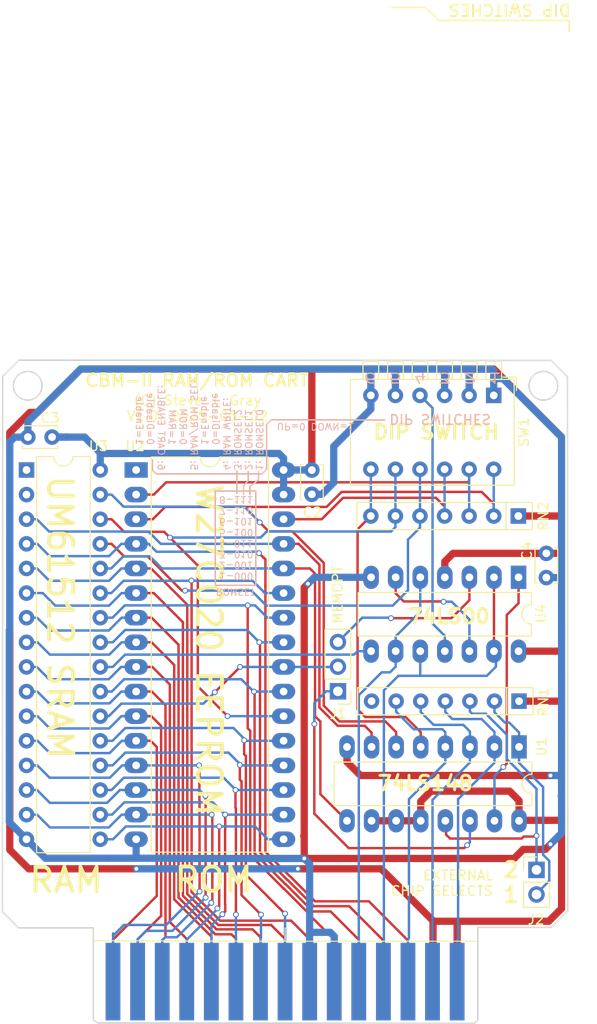
<source format=kicad_pcb>
(kicad_pcb (version 20241229) (generator "pcbnew") (generator_version "9.0")
  (layers (0 "F.Cu" signal) (2 "B.Cu" signal) (13 "F.Paste" user) (15 "B.Paste" user) (5 "F.SilkS" user "F.Silkscreen") (7 "B.SilkS" user "B.Silkscreen") (1 "F.Mask" user) (3 "B.Mask" user) (25 "Edge.Cuts" user))
  (net 0 "")
  (net 1 "A0")
  (net 2 "A1")
  (net 3 "A2")
  (net 4 "A3")
  (net 5 "A4")
  (net 6 "A5")
  (net 7 "A6")
  (net 8 "A7")
  (net 9 "A8")
  (net 10 "A9")
  (net 11 "A10")
  (net 12 "A11")
  (net 13 "A12")
  (net 14 "5V")
  (net 15 "D0")
  (net 16 "D1")
  (net 17 "D2")
  (net 18 "D3")
  (net 19 "D4")
  (net 20 "D5")
  (net 21 "D6")
  (net 22 "D7")
  (net 23 "GND")
  (net 24 "S02")
  (net 25 "~{CSBANK1}")
  (net 26 "~{CSBANK2}")
  (net 27 "~{CSBANK3}")
  (net 28 "SR{slash}~{W}")
  (net 29 "ROMSET0")
  (net 30 "ROMSET1")
  (net 31 "CS_RR")
  (net 32 "E14")
  (net 33 "E13")
  (net 34 "ROMSET2")
  (net 36 "PROTECT")
  (net 37 "SEL_RR")
  (net 38 "ENABLE")
  (net 39 "E15")
  (net 40 "~{CS_RR}")
  (net 41 "~{OE_RAM}")
  (net 42 "~{CS_MEM}")
  (net 43 "Net-(U4-Pad12)")
  (net 46 "~{WE_RAM}")
  (net 47 "~{CS_X2}")
  (net 48 "~{CS_X1}")
  (net 50 "Net-(J1-Pin_3)")
  (footprint "Package_DIP:DIP-16_W7.62mm_LongPads" (layer "F.Cu") (at 177.8508 93.1418 -90)
    (property "Reference" "U1")
    (property "Value" "74LS148")
  )
  (footprint "Capacitor_THT:C_Disc_D3.4mm_W2.1mm_P2.50mm" (layer "F.Cu") (at 156.4386 64.5776 -90)
    (property "Reference" "C2")
    (property "Value" "0.1uf")
  )
  (footprint "Resistor_THT:R_Array_SIP7" (layer "F.Cu") (at 177.8508 88.4174 180)
    (property "Reference" "RN1")
    (property "Value" "4K7")
  )
  (footprint "Resistor_THT:R_Array_SIP7" (layer "F.Cu") (at 177.7746 69.3166 180)
    (property "Reference" "RN2")
    (property "Value" "4K7")
  )
  (footprint "Package_DIP:DIP-32_W15.24mm_LongPads" (layer "F.Cu") (at 138.2776 64.5668)
    (property "Reference" "U2")
    (property "Value" "27C020")
  )
  (footprint "Connector_PinHeader_2.54mm:PinHeader_1x03_P2.54mm_Vertical" (layer "F.Cu") (at 159.131 87.4014 180)
    (property "Reference" "J1")
    (property "Value" "MEMOPT")
  )
  (footprint "Capacitor_THT:C_Disc_D3.4mm_W2.1mm_P2.50mm" (layer "F.Cu") (at 129.5908 61.174 180)
    (property "Reference" "C3")
    (property "Value" "0.1uf")
  )
  (footprint "Package_DIP:DIP-14_W7.62mm_LongPads" (layer "F.Cu") (at 177.8 75.6412 -90)
    (property "Reference" "U4")
    (property "Value" "7400")
  )
  (footprint "Capacitor_THT:C_Disc_D3.4mm_W2.1mm_P2.50mm" (layer "F.Cu") (at 180.6702 73.1666 -90)
    (property "Reference" "C4")
    (property "Value" "0.1uf")
  )
  (footprint "Package_DIP:DIP-32_W7.62mm" (layer "F.Cu") (at 126.9492 64.5668)
    (property "Reference" "U3")
    (property "Value" "UM61512A")
  )
  (footprint "Button_Switch_THT:SW_DIP_SPSTx06_Piano_10.8x16.8mm_W7.62mm_P2.54mm" (layer "F.Cu") (at 175.234601 56.8706 -90)
    (property "Reference" "SW1")
    (property "Value" "SW_DIP_x06")
  )
  (footprint "Connector_PinHeader_2.54mm:PinHeader_1x02_P2.54mm_Vertical" (layer "F.Cu") (at 179.6542 105.8241)
    (property "Reference" "J2")
    (property "Value" "EXT. CS HEADER")
  )
  (footprint "footprint:CBM2-Cart-Edge" (layer "F.Cu") (at 124.46 121.158)
    (property "Reference" "P1" (hide yes))
    (property "Value" "cbm-ii-cartedge" (hide yes))
  )
  (gr_line (start 169.5196 18.1864) (end 183.0324 18.1864) (stroke (width 0.15)) (layer "F.SilkS"))
  (gr_line (start 164.6428 16.8402) (end 168.1734 16.8402) (stroke (width 0.15)) (layer "F.SilkS"))
  (gr_line (start 183.0324 18.1864) (end 183.0324 19.304) (stroke (width 0.15)) (layer "F.SilkS"))
  (gr_line (start 168.1734 16.8402) (end 169.5196 18.1864) (stroke (width 0.15)) (layer "F.SilkS"))
  (gr_line (start 149.3774 66.2432) (end 149.86 65.6336) (stroke (width 0.15)) (layer "B.SilkS"))
  (gr_line (start 139.954 64.5668) (end 139.954 63.5) (stroke (width 0.15)) (layer "B.SilkS"))
  (gr_line (start 149.3774 67.0814) (end 149.3774 66.2432) (stroke (width 0.15)) (layer "B.SilkS"))
  (gr_line (start 151.765 64.4906) (end 151.765 59.8678) (stroke (width 0.15)) (layer "B.SilkS"))
  (gr_line (start 150.9268 65.5828) (end 150.9268 64.7446) (stroke (width 0.15)) (layer "B.SilkS"))
  (gr_line (start 150.0378 66.2686) (end 150.9268 65.5828) (stroke (width 0.15)) (layer "B.SilkS"))
  (gr_line (start 151.2824 64.9732) (end 140.3604 64.9732) (stroke (width 0.15)) (layer "B.SilkS"))
  (gr_line (start 163.9824 59.4106) (end 152.2476 59.3852) (stroke (width 0.15)) (layer "B.SilkS"))
  (gr_line (start 140.3604 64.9732) (end 139.954 64.5668) (stroke (width 0.15)) (layer "B.SilkS"))
  (gr_poly (pts (xy 150.6474 66.738499) (xy 150.6474 76.466701) (xy 146.4564 76.466701) (xy 146.4564 66.738499)) (stroke (width 0.15)) (fill no) (layer "B.SilkS"))
  (gr_line (start 151.765 64.4906) (end 151.2824 64.9732) (stroke (width 0.15)) (layer "B.SilkS"))
  (gr_line (start 150.0378 67.1068) (end 150.0378 66.2686) (stroke (width 0.15)) (layer "B.SilkS"))
  (gr_line (start 149.86 65.6336) (end 149.86 64.7192) (stroke (width 0.15)) (layer "B.SilkS"))
  (gr_line (start 151.765 59.8678) (end 152.2476 59.3852) (stroke (width 0.15)) (layer "B.SilkS"))
  (gr_line (start 148.6916 67.0052) (end 148.6916 64.6938) (stroke (width 0.15)) (layer "B.SilkS"))
  (gr_circle (center 180.3654 55.88) (end 180.213 57.3532) (stroke (width 0.15)) (fill no) (layer "Edge.Cuts"))
  (gr_line (start 133.858 111.8108) (end 126.1364 111.8108) (stroke (width 0.15)) (layer "Edge.Cuts"))
  (gr_line (start 124.46 110.1344) (end 124.4854 54.9148) (stroke (width 0.15)) (layer "Edge.Cuts"))
  (gr_line (start 181.2036 111.76) (end 173.5836 111.76) (stroke (width 0.15)) (layer "Edge.Cuts"))
  (gr_line (start 182.88 110.0836) (end 182.8546 54.9402) (stroke (width 0.15)) (layer "Edge.Cuts"))
  (gr_circle (center 127.0762 55.88) (end 126.9238 57.3532) (stroke (width 0.15)) (fill no) (layer "Edge.Cuts"))
  (gr_line (start 124.4854 54.9148) (end 126.1618 53.2384) (stroke (width 0.15)) (layer "Edge.Cuts"))
  (gr_line (start 173.5836 111.76) (end 173.5836 121.3104) (stroke (width 0.15)) (layer "Edge.Cuts"))
  (gr_line (start 182.8546 54.9402) (end 181.1782 53.2638) (stroke (width 0.15)) (layer "Edge.Cuts"))
  (gr_line (start 134.3152 121.6152) (end 133.858 121.3104) (stroke (width 0.15)) (layer "Edge.Cuts"))
  (gr_line (start 126.1618 53.2384) (end 181.1782 53.2638) (stroke (width 0.15)) (layer "Edge.Cuts"))
  (gr_line (start 173.228 121.666) (end 134.3152 121.6152) (stroke (width 0.15)) (layer "Edge.Cuts"))
  (gr_line (start 133.858 121.3104) (end 133.858 111.8108) (stroke (width 0.15)) (layer "Edge.Cuts"))
  (gr_line (start 181.2036 111.76) (end 182.88 110.0836) (stroke (width 0.15)) (layer "Edge.Cuts"))
  (gr_line (start 173.5836 121.3104) (end 173.228 121.666) (stroke (width 0.15)) (layer "Edge.Cuts"))
  (gr_line (start 126.1364 111.8108) (end 124.46 110.1344) (stroke (width 0.15)) (layer "Edge.Cuts"))
  (gr_text "CBM-II RAM/ROM CART\n" (at 144.5768 56.0832 0) (layer "F.SilkS") (effects (font (size 1.3 1.3) (thickness 0.25) (bold yes)) (justify bottom)))
  (gr_text "RAM" (at 127.0254 108.3564 0) (layer "F.SilkS") (effects (font (size 2.5 2.5) (thickness 0.4)) (justify left bottom)))
  (gr_text "ROM" (at 142.0368 108.3056 0) (layer "F.SilkS") (effects (font (size 2.5 2.5) (thickness 0.4)) (justify left bottom)))
  (gr_text "DIP SWITCH" (at 162.6362 61.5442 0) (layer "F.SilkS") (effects (font (size 1.5 1.5) (thickness 0.3) (bold yes)) (justify left bottom)))
  (gr_text "DIP SWITCHES" (at 183.2864 16.383 180) (layer "F.SilkS") (effects (font (size 1.2 1.2) (thickness 0.2) (bold yes)) (justify left bottom)))
  (gr_text "W27C020 EEPROM" (at 144.3228 65.8114 270) (layer "F.SilkS") (effects (font (size 2.5 2.5) (thickness 0.4)) (justify left bottom)))
  (gr_text "74LS148" (at 163.067999 97.764601 0) (layer "F.SilkS") (effects (font (size 1.5 1.5) (thickness 0.3) (bold yes)) (justify left bottom)))
  (gr_text "2\n1" (at 177.9778 109.3343 0) (layer "F.SilkS") (effects (font (size 1.6 1.6) (thickness 0.3)) (justify right bottom)))
  (gr_text "UM61512 SRAM" (at 128.9558 64.9224 270) (layer "F.SilkS") (effects (font (size 2.5 2.5) (thickness 0.4)) (justify left bottom)))
  (gr_text "EXTERNAL\nCHIP SELECTS" (at 175.26 108.585 0) (layer "F.SilkS") (effects (font (size 1 1)) (justify right bottom)))
  (gr_text "MEMOPT" (at 159.6898 80.518 90) (layer "F.SilkS") (effects (font (size 1 1)) (justify left bottom)))
  (gr_text "(C) Steve J. Gray\nV1.0, 2025-05-02" (at 144.6276 59.5884 0) (layer "F.SilkS") (effects (font (size 1 1)) (justify bottom)))
  (gr_text "74LS00" (at 166.242999 80.543401 0) (layer "F.SilkS") (effects (font (size 1.5 1.5) (thickness 0.3) (bold yes)) (justify left bottom)))
  (gr_text "1: ROMSEL0\n2: ROMSEL1\n3: ROMSEL2\n4: RAM WRITE:\n	0=Disable\n	1=Enable\n5: RAM/ROM SEL:\n	0=ROM\n	1=RAM\n6: CART ENABLE:\n	0=Disable\n	1=Enable" (at 138.2014 64.6684 270) (layer "B.SilkS") (effects (font (size 0.7 0.7) (thickness 0.1)) (justify left bottom mirror)))
  (gr_text "UP=0 DOWN=1" (at 152.7556 59.6646 180) (layer "B.SilkS") (effects (font (size 0.7 0.7) (thickness 0.1)) (justify left bottom mirror)))
  (gr_text "1-000\n2-001\n3-010\n4-011\n5-100\n6-101\n7-110\n8-111" (at 146.786601 67.2211 180) (layer "B.SilkS") (effects (font (size 0.7 0.7) (thickness 0.1)) (justify left bottom mirror)))
  (gr_text "ROMSET" (at 146.4564 76.708 180) (layer "B.SilkS") (effects (font (size 0.7 0.7) (thickness 0.1)) (justify left bottom mirror)))
  (gr_text "DIP SWITCHES" (at 164.3634 58.7248 180) (layer "B.SilkS") (effects (font (size 1 1)) (justify left bottom mirror)))
  (gr_text "6 5 4 3 2 1" (at 161.671 54.4576 180) (layer "B.SilkS") (effects (font (size 1 1.5)) (justify left bottom mirror)))
  (segment (start 135.8982 117.5044) (end 135.8982 113.0218) (width 0.25) (layer "F.Cu") (net 1))
  (segment (start 139.7762 92.5068) (end 138.2776 92.5068) (width 0.25) (layer "F.Cu") (net 1))
  (segment (start 140.4112 93.1418) (end 139.7762 92.5068) (width 0.25) (layer "F.Cu") (net 1))
  (segment (start 135.8982 113.0218) (end 140.4112 108.5088) (width 0.25) (layer "F.Cu") (net 1))
  (segment (start 140.4112 108.5088) (end 140.4112 93.1418) (width 0.25) (layer "F.Cu") (net 1))
  (segment (start 136.8044 92.5068) (end 138.2776 92.5068) (width 0.25) (layer "B.Cu") (net 1))
  (segment (start 126.9492 92.5068) (end 128.0922 92.5068) (width 0.25) (layer "B.Cu") (net 1))
  (segment (start 135.5344 93.7768) (end 136.8044 92.5068) (width 0.25) (layer "B.Cu") (net 1))
  (segment (start 129.3622 93.7768) (end 135.5344 93.7768) (width 0.25) (layer "B.Cu") (net 1))
  (segment (start 128.0922 92.5068) (end 129.3622 93.7768) (width 0.25) (layer "B.Cu") (net 1))
  (segment (start 140.8612 110.5734) (end 140.8612 90.9756) (width 0.25) (layer "F.Cu") (net 2))
  (segment (start 138.4382 117.5044) (end 138.4382 112.9964) (width 0.25) (layer "F.Cu") (net 2))
  (segment (start 139.8524 89.9668) (end 138.2776 89.9668) (width 0.25) (layer "F.Cu") (net 2))
  (segment (start 138.4382 112.9964) (end 140.8612 110.5734) (width 0.25) (layer "F.Cu") (net 2))
  (segment (start 140.8612 90.9756) (end 139.8524 89.9668) (width 0.25) (layer "F.Cu") (net 2))
  (segment (start 129.3622 91.2368) (end 135.4836 91.2368) (width 0.25) (layer "B.Cu") (net 2))
  (segment (start 128.0922 89.9668) (end 129.3622 91.2368) (width 0.25) (layer "B.Cu") (net 2))
  (segment (start 136.7536 89.9668) (end 138.2776 89.9668) (width 0.25) (layer "B.Cu") (net 2))
  (segment (start 126.9492 89.9668) (end 128.0922 89.9668) (width 0.25) (layer "B.Cu") (net 2))
  (segment (start 135.4836 91.2368) (end 136.7536 89.9668) (width 0.25) (layer "B.Cu") (net 2))
  (segment (start 140.9782 117.5044) (end 140.9782 113.0726) (width 0.25) (layer "F.Cu") (net 3))
  (segment (start 141.3112 112.7396) (end 141.3112 88.8348) (width 0.25) (layer "F.Cu") (net 3))
  (segment (start 139.9032 87.4268) (end 138.2776 87.4268) (width 0.25) (layer "F.Cu") (net 3))
  (segment (start 141.3112 88.8348) (end 139.9032 87.4268) (width 0.25) (layer "F.Cu") (net 3))
  (segment (start 140.9782 113.0726) (end 141.3112 112.7396) (width 0.25) (layer "F.Cu") (net 3))
  (segment (start 129.286 88.646) (end 135.5344 88.646) (width 0.25) (layer "B.Cu") (net 3))
  (segment (start 126.9492 87.4268) (end 128.0668 87.4268) (width 0.25) (layer "B.Cu") (net 3))
  (segment (start 128.0668 87.4268) (end 129.286 88.646) (width 0.25) (layer "B.Cu") (net 3))
  (segment (start 135.5344 88.646) (end 136.7536 87.4268) (width 0.25) (layer "B.Cu") (net 3))
  (segment (start 136.7536 87.4268) (end 138.2776 87.4268) (width 0.25) (layer "B.Cu") (net 3))
  (segment (start 141.7612 111.205) (end 141.7612 86.694) (width 0.25) (layer "F.Cu") (net 4))
  (segment (start 143.5182 117.5044) (end 143.5182 112.962) (width 0.25) (layer "F.Cu") (net 4))
  (segment (start 139.954 84.8868) (end 138.2776 84.8868) (width 0.25) (layer "F.Cu") (net 4))
  (segment (start 143.5182 112.962) (end 141.7612 111.205) (width 0.25) (layer "F.Cu") (net 4))
  (segment (start 141.7612 86.694) (end 139.954 84.8868) (width 0.25) (layer "F.Cu") (net 4))
  (segment (start 129.286 86.1568) (end 135.4582 86.1568) (width 0.25) (layer "B.Cu") (net 4))
  (segment (start 128.016 84.8868) (end 129.286 86.1568) (width 0.25) (layer "B.Cu") (net 4))
  (segment (start 136.7282 84.8868) (end 138.2776 84.8868) (width 0.25) (layer "B.Cu") (net 4))
  (segment (start 126.9492 84.8868) (end 128.016 84.8868) (width 0.25) (layer "B.Cu") (net 4))
  (segment (start 135.4582 86.1568) (end 136.7282 84.8868) (width 0.25) (layer "B.Cu") (net 4))
  (segment (start 146.0582 117.5044) (end 146.0582 112.709396) (width 0.25) (layer "F.Cu") (net 5))
  (segment (start 139.8778 82.3468) (end 138.2776 82.3468) (width 0.25) (layer "F.Cu") (net 5))
  (segment (start 146.0582 112.709396) (end 142.2112 108.862396) (width 0.25) (layer "F.Cu") (net 5))
  (segment (start 142.2112 108.862396) (end 142.2112 84.6802) (width 0.25) (layer "F.Cu") (net 5))
  (segment (start 142.2112 84.6802) (end 139.8778 82.3468) (width 0.25) (layer "F.Cu") (net 5))
  (segment (start 135.509 83.6168) (end 136.779 82.3468) (width 0.25) (layer "B.Cu") (net 5))
  (segment (start 126.9492 82.3468) (end 128.0922 82.3468) (width 0.25) (layer "B.Cu") (net 5))
  (segment (start 128.0922 82.3468) (end 129.3622 83.6168) (width 0.25) (layer "B.Cu") (net 5))
  (segment (start 129.3622 83.6168) (end 135.509 83.6168) (width 0.25) (layer "B.Cu") (net 5))
  (segment (start 136.779 82.3468) (end 138.2776 82.3468) (width 0.25) (layer "B.Cu") (net 5))
  (segment (start 148.5982 117.5044) (end 148.5982 112.9366) (width 0.25) (layer "F.Cu") (net 6))
  (segment (start 148.1328 112.4712) (end 146.4564 112.4712) (width 0.25) (layer "F.Cu") (net 6))
  (segment (start 148.5982 112.9366) (end 148.1328 112.4712) (width 0.25) (layer "F.Cu") (net 6))
  (segment (start 142.6612 82.5902) (end 139.8778 79.8068) (width 0.25) (layer "F.Cu") (net 6))
  (segment (start 146.4564 112.4712) (end 142.6612 108.676) (width 0.25) (layer "F.Cu") (net 6))
  (segment (start 142.6612 108.676) (end 142.6612 82.5902) (width 0.25) (layer "F.Cu") (net 6))
  (segment (start 139.8778 79.8068) (end 138.2776 79.8068) (width 0.25) (layer "F.Cu") (net 6))
  (segment (start 126.9492 79.8068) (end 128.0414 79.8068) (width 0.25) (layer "B.Cu") (net 6))
  (segment (start 128.0414 79.8068) (end 129.3622 81.1276) (width 0.25) (layer "B.Cu") (net 6))
  (segment (start 135.4582 81.1276) (end 136.779 79.8068) (width 0.25) (layer "B.Cu") (net 6))
  (segment (start 129.3622 81.1276) (end 135.4582 81.1276) (width 0.25) (layer "B.Cu") (net 6))
  (segment (start 136.779 79.8068) (end 138.2776 79.8068) (width 0.25) (layer "B.Cu") (net 6))
  (segment (start 143.1112 80.2716) (end 140.1064 77.2668) (width 0.25) (layer "F.Cu") (net 7))
  (segment (start 151.1382 117.5044) (end 151.1382 112.7842) (width 0.25) (layer "F.Cu") (net 7))
  (segment (start 151.1382 112.7842) (end 150.3172 111.9632) (width 0.25) (layer "F.Cu") (net 7))
  (segment (start 150.3172 111.9632) (end 146.584796 111.9632) (width 0.25) (layer "F.Cu") (net 7))
  (segment (start 143.1112 108.489604) (end 143.1112 80.2716) (width 0.25) (layer "F.Cu") (net 7))
  (segment (start 146.584796 111.9632) (end 143.1112 108.489604) (width 0.25) (layer "F.Cu") (net 7))
  (segment (start 140.1064 77.2668) (end 138.2776 77.2668) (width 0.25) (layer "F.Cu") (net 7))
  (segment (start 126.9492 77.2668) (end 128.6256 77.2668) (width 0.25) (layer "B.Cu") (net 7))
  (segment (start 136.779 77.2668) (end 138.2776 77.2668) (width 0.25) (layer "B.Cu") (net 7))
  (segment (start 135.4836 78.5622) (end 136.779 77.2668) (width 0.25) (layer "B.Cu") (net 7))
  (segment (start 129.921 78.5622) (end 135.4836 78.5622) (width 0.25) (layer "B.Cu") (net 7))
  (segment (start 128.6256 77.2668) (end 129.921 78.5622) (width 0.25) (layer "B.Cu") (net 7))
  (segment (start 143.5612 108.303208) (end 143.5612 78.461) (width 0.25) (layer "F.Cu") (net 8))
  (segment (start 153.67 112.9538) (end 152.2294 111.5132) (width 0.25) (layer "F.Cu") (net 8))
  (segment (start 139.827 74.7268) (end 138.2776 74.7268) (width 0.25) (layer "F.Cu") (net 8))
  (segment (start 152.2294 111.5132) (end 146.771192 111.5132) (width 0.25) (layer "F.Cu") (net 8))
  (segment (start 153.67 117.348) (end 153.67 112.9538) (width 0.25) (layer "F.Cu") (net 8))
  (segment (start 143.5612 78.461) (end 139.827 74.7268) (width 0.25) (layer "F.Cu") (net 8))
  (segment (start 146.771192 111.5132) (end 143.5612 108.303208) (width 0.25) (layer "F.Cu") (net 8))
  (segment (start 153.6782 117.5044) (end 153.6782 113.519404) (width 0.25) (layer "F.Cu") (net 8))
  (segment (start 129.3114 75.9968) (end 135.4836 75.9968) (width 0.25) (layer "B.Cu") (net 8))
  (segment (start 135.4836 75.9968) (end 136.7536 74.7268) (width 0.25) (layer "B.Cu") (net 8))
  (segment (start 126.9492 74.7268) (end 128.0414 74.7268) (width 0.25) (layer "B.Cu") (net 8))
  (segment (start 128.0414 74.7268) (end 129.3114 75.9968) (width 0.25) (layer "B.Cu") (net 8))
  (segment (start 136.7536 74.7268) (end 138.2776 74.7268) (width 0.25) (layer "B.Cu") (net 8))
  (segment (start 156.2182 112.9874) (end 156.2182 117.5044) (width 0.25) (layer "F.Cu") (net 9))
  (segment (start 146.957588 111.0632) (end 154.294 111.0632) (width 0.25) (layer "F.Cu") (net 9))
  (segment (start 143.9926 75.9714) (end 144.0112 75.99) (width 0.25) (layer "F.Cu") (net 9))
  (segment (start 144.0112 75.99) (end 144.0112 108.116812) (width 0.25) (layer "F.Cu") (net 9))
  (segment (start 154.294 111.0632) (end 156.2182 112.9874) (width 0.25) (layer "F.Cu") (net 9))
  (segment (start 144.0112 108.116812) (end 146.957588 111.0632) (width 0.25) (layer "F.Cu") (net 9))
  (via (at 143.9926 75.9714) (size 0.6) (drill 0.4) (layers "F.Cu" "B.Cu") (net 9))
  (segment (start 151.5872 77.2668) (end 153.5176 77.2668) (width 0.25) (layer "B.Cu") (net 9))
  (segment (start 144.018 75.9968) (end 150.3172 75.9968) (width 0.25) (layer "B.Cu") (net 9))
  (segment (start 150.3172 75.9968) (end 151.5872 77.2668) (width 0.25) (layer "B.Cu") (net 9))
  (segment (start 143.9672 75.9968) (end 136.9822 75.9968) (width 0.25) (layer "B.Cu") (net 9))
  (segment (start 135.7122 77.2668) (end 134.5692 77.2668) (width 0.25) (layer "B.Cu") (net 9))
  (segment (start 143.9926 75.9714) (end 144.018 75.9968) (width 0.25) (layer "B.Cu") (net 9))
  (segment (start 143.9926 75.9714) (end 143.9672 75.9968) (width 0.25) (layer "B.Cu") (net 9))
  (segment (start 136.9822 75.9968) (end 135.7122 77.2668) (width 0.25) (layer "B.Cu") (net 9))
  (segment (start 158.7582 113.0382) (end 158.7582 117.5044) (width 0.25) (layer "F.Cu") (net 10))
  (segment (start 156.2862 110.494188) (end 156.2862 110.5662) (width 0.25) (layer "F.Cu") (net 10))
  (segment (start 149.8092 78.5368) (end 149.8092 91.2114) (width 0.25) (layer "F.Cu") (net 10))
  (segment (start 149.8092 91.2114) (end 150.0704 91.4726) (width 0.25) (layer "F.Cu") (net 10))
  (segment (start 153.532063 107.7648) (end 153.556812 107.7648) (width 0.25) (layer "F.Cu") (net 10))
  (segment (start 153.556812 107.7648) (end 156.2862 110.494188) (width 0.25) (layer "F.Cu") (net 10))
  (segment (start 150.0704 91.4726) (end 150.0704 104.303137) (width 0.25) (layer "F.Cu") (net 10))
  (segment (start 156.2862 110.5662) (end 158.7582 113.0382) (width 0.25) (layer "F.Cu") (net 10))
  (segment (start 150.0704 104.303137) (end 153.532063 107.7648) (width 0.25) (layer "F.Cu") (net 10))
  (via (at 149.8092 78.5368) (size 0.6) (drill 0.4) (layers "F.Cu" "B.Cu") (net 10))
  (segment (start 150.5712 78.5368) (end 151.8412 79.8068) (width 0.25) (layer "B.Cu") (net 10))
  (segment (start 151.8412 79.8068) (end 153.5176 79.8068) (width 0.25) (layer "B.Cu") (net 10))
  (segment (start 149.8092 78.5368) (end 150.5712 78.5368) (width 0.25) (layer "B.Cu") (net 10))
  (segment (start 149.8092 78.5368) (end 137.106408 78.5368) (width 0.25) (layer "B.Cu") (net 10))
  (segment (start 137.106408 78.5368) (end 135.836408 79.8068) (width 0.25) (layer "B.Cu") (net 10))
  (segment (start 135.836408 79.8068) (end 134.5692 79.8068) (width 0.25) (layer "B.Cu") (net 10))
  (segment (start 150.4542 87.4268) (end 150.5204 87.493) (width 0.25) (layer "F.Cu") (net 11))
  (segment (start 150.5204 104.116741) (end 153.718459 107.3148) (width 0.25) (layer "F.Cu") (net 11))
  (segment (start 158.3762 110.1162) (end 161.2982 113.0382) (width 0.25) (layer "F.Cu") (net 11))
  (segment (start 153.743208 107.3148) (end 156.544608 110.1162) (width 0.25) (layer "F.Cu") (net 11))
  (segment (start 153.718459 107.3148) (end 153.743208 107.3148) (width 0.25) (layer "F.Cu") (net 11))
  (segment (start 150.5204 87.493) (end 150.5204 104.116741) (width 0.25) (layer "F.Cu") (net 11))
  (segment (start 161.2982 113.0382) (end 161.2982 117.5044) (width 0.25) (layer "F.Cu") (net 11))
  (segment (start 156.544608 110.1162) (end 158.3762 110.1162) (width 0.25) (layer "F.Cu") (net 11))
  (via (at 150.4542 87.4268) (size 0.6) (drill 0.4) (layers "F.Cu" "B.Cu") (net 11))
  (segment (start 152.019 87.4268) (end 153.5176 87.4268) (width 0.25) (layer "B.Cu") (net 11))
  (segment (start 149.1488 86.1568) (end 137.033 86.1568) (width 0.25) (layer "B.Cu") (net 11))
  (segment (start 152.019 87.4268) (end 150.4542 87.4268) (width 0.25) (layer "B.Cu") (net 11))
  (segment (start 150.4542 87.4268) (end 150.4188 87.4268) (width 0.25) (layer "B.Cu") (net 11))
  (segment (start 135.763 87.4268) (end 134.5692 87.4268) (width 0.25) (layer "B.Cu") (net 11))
  (segment (start 137.033 86.1568) (end 135.763 87.4268) (width 0.25) (layer "B.Cu") (net 11))
  (segment (start 151.8412 87.4268) (end 152.019 87.4268) (width 0.25) (layer "B.Cu") (net 11))
  (segment (start 150.4188 87.4268) (end 149.1488 86.1568) (width 0.25) (layer "B.Cu") (net 11))
  (segment (start 156.640404 109.5756) (end 160.2994 109.5756) (width 0.25) (layer "F.Cu") (net 12))
  (segment (start 151.0792 104.039145) (end 153.904855 106.8648) (width 0.25) (layer "F.Cu") (net 12))
  (segment (start 160.2994 109.5756) (end 163.8382 113.1144) (width 0.25) (layer "F.Cu") (net 12))
  (segment (start 151.013 82.3468) (end 151.0792 82.413) (width 0.25) (layer "F.Cu") (net 12))
  (segment (start 151.0792 82.413) (end 151.0792 104.039145) (width 0.25) (layer "F.Cu") (net 12))
  (segment (start 163.8382 113.1144) (end 163.8382 117.5044) (width 0.25) (layer "F.Cu") (net 12))
  (segment (start 153.904855 106.8648) (end 153.929604 106.8648) (width 0.25) (layer "F.Cu") (net 12))
  (segment (start 153.929604 106.8648) (end 156.640404 109.5756) (width 0.25) (layer "F.Cu") (net 12))
  (via (at 151.013 82.3468) (size 0.6) (drill 0.4) (layers "F.Cu" "B.Cu") (net 12))
  (segment (start 137.1346 81.0768) (end 149.743 81.0768) (width 0.25) (layer "B.Cu") (net 12))
  (segment (start 151.013 82.3468) (end 153.5176 82.3468) (width 0.25) (layer "B.Cu") (net 12))
  (segment (start 134.5692 82.3468) (end 135.8646 82.3468) (width 0.25) (layer "B.Cu") (net 12))
  (segment (start 149.743 81.0768) (end 151.013 82.3468) (width 0.25) (layer "B.Cu") (net 12))
  (segment (start 135.8646 82.3468) (end 137.1346 81.0768) (width 0.25) (layer "B.Cu") (net 12))
  (segment (start 151.4348 73.5838) (end 151.638 73.787) (width 0.25) (layer "F.Cu") (net 13))
  (segment (start 166.3782 113.1144) (end 162.3314 109.0676) (width 0.25) (layer "F.Cu") (net 13))
  (segment (start 166.3782 117.5044) (end 166.3782 113.1144) (width 0.25) (layer "F.Cu") (net 13))
  (segment (start 154.091251 106.4148) (end 151.638 103.961549) (width 0.25) (layer "F.Cu") (net 13))
  (segment (start 162.3314 109.0676) (end 156.7688 109.0676) (width 0.25) (layer "F.Cu") (net 13))
  (segment (start 156.7688 109.0676) (end 154.116 106.4148) (width 0.25) (layer "F.Cu") (net 13))
  (segment (start 150.9776 73.152) (end 151.4094 73.5838) (width 0.25) (layer "F.Cu") (net 13))
  (segment (start 151.4094 73.5838) (end 151.4348 73.5838) (width 0.25) (layer "F.Cu") (net 13))
  (segment (start 154.116 106.4148) (end 154.091251 106.4148) (width 0.25) (layer "F.Cu") (net 13))
  (segment (start 151.638 73.787) (end 151.638 76.6572) (width 0.25) (layer "F.Cu") (net 13))
  (segment (start 151.638 103.961549) (end 151.638 76.6572) (width 0.25) (layer "F.Cu") (net 13))
  (segment (start 151.638 76.6572) (end 151.638 76.3016) (width 0.25) (layer "F.Cu") (net 13))
  (via (at 150.9776 73.152) (size 0.6) (drill 0.4) (layers "F.Cu" "B.Cu") (net 13))
  (segment (start 150.8252 72.9996) (end 150.9776 73.152) (width 0.25) (layer "B.Cu") (net 13))
  (segment (start 126.9492 72.1868) (end 128.0668 72.1868) (width 0.25) (layer "B.Cu") (net 13))
  (segment (start 139.573 72.1868) (end 140.3858 72.9996) (width 0.25) (layer "B.Cu") (net 13))
  (segment (start 135.4836 73.4568) (end 136.7536 72.1868) (width 0.25) (layer "B.Cu") (net 13))
  (segment (start 140.3858 72.9996) (end 150.8252 72.9996) (width 0.25) (layer "B.Cu") (net 13))
  (segment (start 128.0668 72.1868) (end 129.3368 73.4568) (width 0.25) (layer "B.Cu") (net 13))
  (segment (start 136.7536 72.1868) (end 138.2776 72.1868) (width 0.25) (layer "B.Cu") (net 13))
  (segment (start 138.2776 72.1868) (end 139.573 72.1868) (width 0.25) (layer "B.Cu") (net 13))
  (segment (start 129.3368 73.4568) (end 135.4836 73.4568) (width 0.25) (layer "B.Cu") (net 13))
  (segment (start 128.0922 58.6232) (end 132.5626 54.1528) (width 0.75) (layer "F.Cu") (net 14))
  (segment (start 180.695599 100.711001) (end 177.901599 100.711001) (width 0.75) (layer "F.Cu") (net 14))
  (segment (start 171.4246 111.125) (end 169.0116 111.125) (width 0.75) (layer "F.Cu") (net 14))
  (segment (start 182.245 83.2866) (end 182.2196 83.2612) (width 0.75) (layer "F.Cu") (net 14))
  (segment (start 182.2196 69.3166) (end 177.7746 69.3166) (width 0.75) (layer "F.Cu") (net 14))
  (segment (start 132.5626 54.1528) (end 156.4894 54.1528) (width 0.75) (layer "F.Cu") (net 14))
  (segment (start 177.8508 100.7618) (end 177.8508 98.679002) (width 0.75) (layer "F.Cu") (net 14))
  (segment (start 182.2304 73.1666) (end 180.6702 73.1666) (width 0.75) (layer "F.Cu") (net 14))
  (segment (start 182.245 100.711) (end 180.695599 100.711001) (width 0.75) (layer "F.Cu") (net 14))
  (segment (start 125.222 60.706) (end 127.3048 58.6232) (width 0.75) (layer "F.Cu") (net 14))
  (segment (start 170.18 74.0156) (end 170.18 75.6412) (width 0.75) (layer "F.Cu") (net 14))
  (segment (start 182.2196 83.2612) (end 177.8 83.2612) (width 0.75) (layer "F.Cu") (net 14))
  (segment (start 167.6908 100.7618) (end 165.1508 100.7618) (width 0.75) (layer "F.Cu") (net 14))
  (segment (start 182.245 100.711) (end 182.245 109.8042) (width 0.75) (layer "F.Cu") (net 14))
  (segment (start 163.6014 105.7148) (end 168.9608 111.0742) (width 0.75) (layer "F.Cu") (net 14))
  (segment (start 182.245 109.8042) (end 180.9242 111.125) (width 0.75) (layer "F.Cu") (net 14))
  (segment (start 172.7708 111.125) (end 171.4246 111.125) (width 0.75) (layer "F.Cu") (net 14))
  (segment (start 127.3048 58.6232) (end 128.0922 58.6232) (width 0.75) (layer "F.Cu") (net 14))
  (segment (start 168.9608 111.0742) (end 168.9608 117.4618) (width 0.75) (layer "F.Cu") (net 14))
  (segment (start 182.245 88.4682) (end 182.245 100.711) (width 0.75) (layer "F.Cu") (net 14))
  (segment (start 167.6908 98.7552) (end 167.6908 100.7618) (width 0.75) (layer "F.Cu") (net 14))
  (segment (start 168.743599 97.702401) (end 167.6908 98.7552) (width 0.75) (layer "F.Cu") (net 14))
  (segment (start 177.901599 100.711001) (end 177.8508 100.7618) (width 0.75) (layer "F.Cu") (net 14))
  (segment (start 156.4894 54.1528) (end 161.6964 54.1528) (width 0.75) (layer "F.Cu") (net 14))
  (segment (start 168.9182 112.8186) (end 168.9608 112.776) (width 0.25) (layer "F.Cu") (net 14))
  (segment (start 171.45 111.1504) (end 171.45 117.348) (width 0.75) (layer "F.Cu") (net 14))
  (segment (start 138.303 105.7148) (end 127.1778 105.7148) (width 0.75) (layer "F.Cu") (net 14))
  (segment (start 165.1508 100.7618) (end 162.6108 100.7618) (width 0.75) (layer "F.Cu") (net 14))
  (segment (start 182.245 69.2912) (end 182.2196 69.3166) (width 0.75) (layer "F.Cu") (net 14))
  (segment (start 127.1778 105.7148) (end 125.222 103.759) (width 0.75) (layer "F.Cu") (net 14))
  (segment (start 154.9908 105.7148) (end 163.6014 105.7148) (width 0.75) (layer "F.Cu") (net 14))
  (segment (start 182.245 83.2866) (end 182.245 85.598) (width 0.75) (layer "F.Cu") (net 14))
  (segment (start 161.6964 54.1528) (end 175.2346 54.1528) (width 0.75) (layer "F.Cu") (net 14))
  (segment (start 156.4386 64.5776) (end 156.4386 54.2036) (width 0.75) (layer "F.Cu") (net 14))
  (segment (start 182.245 61.1632) (end 182.245 69.2912) (width 0.75) (layer "F.Cu") (net 14))
  (segment (start 156.4386 54.2036) (end 156.4894 54.1528) (width 0.75) (layer "F.Cu") (net 14))
  (segment (start 171.4246 111.125) (end 171.45 111.1504) (width 0.75) (layer "F.Cu") (net 14))
  (segment (start 182.245 69.2912) (end 182.245 73.152) (width 0.75) (layer "F.Cu") (net 14))
  (segment (start 182.245 85.598) (end 182.245 88.4682) (width 0.75) (layer "F.Cu") (net 14))
  (segment (start 169.0116 111.125) (end 168.9608 111.0742) (width 0.75) (layer "F.Cu") (net 14))
  (segment (start 175.2346 54.1528) (end 182.245 61.1632) (width 0.75) (layer "F.Cu") (net 14))
  (segment (start 168.9182 117.5044) (end 168.9182 112.8186) (width 0.25) (layer "F.Cu") (net 14))
  (segment (start 182.245 88.4682) (end 182.1942 88.4174) (width 0.75) (layer "F.Cu") (net 14))
  (segment (start 171.029 73.1666) (end 170.18 74.0156) (width 0.75) (layer "F.Cu") (net 14))
  (segment (start 176.874199 97.702401) (end 168.743599 97.702401) (width 0.75) (layer "F.Cu") (net 14))
  (segment (start 182.1942 88.4174) (end 177.8508 88.4174) (width 0.75) (layer "F.Cu") (net 14))
  (segment (start 168.9608 117.4618) (end 168.9182 117.5044) (width 0.75) (layer "F.Cu") (net 14))
  (segment (start 125.222 103.759) (end 125.222 60.706) (width 0.75) (layer "F.Cu") (net 14))
  (segment (start 180.9242 111.125) (end 172.7708 111.125) (width 0.75) (layer "F.Cu") (net 14))
  (segment (start 177.8508 98.679002) (end 176.874199 97.702401) (width 0.75) (layer "F.Cu") (net 14))
  (segment (start 182.245 73.152) (end 182.245 83.2866) (width 0.75) (layer "F.Cu") (net 14))
  (segment (start 182.245 73.152) (end 182.2304 73.1666) (width 0.75) (layer "F.Cu") (net 14))
  (segment (start 180.6702 73.1666) (end 171.029 73.1666) (width 0.75) (layer "F.Cu") (net 14))
  (via (at 154.9908 105.7148) (size 0.6) (drill 0.4) (layers "F.Cu" "B.Cu") (net 14))
  (via (at 138.303 105.7148) (size 0.6) (drill 0.4) (layers "F.Cu" "B.Cu") (net 14))
  (segment (start 131.1548 61.174) (end 129.5908 61.174) (width 0.75) (layer "B.Cu") (net 14))
  (segment (start 153.5176 64.5668) (end 156.4278 64.5668) (width 0.75) (layer "B.Cu") (net 14))
  (segment (start 131.1656 61.1632) (end 131.1548 61.174) (width 0.75) (layer "B.Cu") (net 14))
  (segment (start 153.5176 63.3476) (end 153.5176 64.5668) (width 0.75) (layer "B.Cu") (net 14))
  (segment (start 150.622 62.865) (end 151.4094 62.865) (width 0.75) (layer "B.Cu") (net 14))
  (segment (start 150.622 62.865) (end 134.6454 62.865) (width 0.75) (layer "B.Cu") (net 14))
  (segment (start 134.5692 62.9412) (end 134.5692 64.5668) (width 0.75) (layer "B.Cu") (net 14))
  (segment (start 150.622 62.865) (end 153.035 62.865) (width 0.75) (layer "B.Cu") (net 14))
  (segment (start 153.5176 64.5668) (end 153.5176 67.1068) (width 0.75) (layer "B.Cu") (net 14))
  (segment (start 134.6454 62.865) (end 132.9544 61.174) (width 0.75) (layer "B.Cu") (net 14))
  (segment (start 132.9544 61.174) (end 129.5908 61.174) (width 0.75) (layer "B.Cu") (net 14))
  (segment (start 134.6454 62.865) (end 134.5692 62.9412) (width 0.75) (layer "B.Cu") (net 14))
  (segment (start 153.035 62.865) (end 153.5176 63.3476) (width 0.75) (layer "B.Cu") (net 14))
  (segment (start 154.9908 105.7148) (end 138.303 105.7148) (width 0.75) (layer "B.Cu") (net 14))
  (segment (start 156.4278 64.5668) (end 156.4386 64.5776) (width 0.75) (layer "B.Cu") (net 14))
  (segment (start 144.834089 108.0516) (end 144.834089 98.656889) (width 0.25) (layer "F.Cu") (net 15))
  (segment (start 144.8154 95.0822) (end 144.78 95.0468) (width 0.25) (layer "F.Cu") (net 15))
  (segment (start 144.8154 98.6382) (end 144.8154 95.0822) (width 0.25) (layer "F.Cu") (net 15))
  (segment (start 127.9144 95.0468) (end 126.9492 95.0468) (width 0.25) (layer "F.Cu") (net 15))
  (segment (start 144.834089 98.656889) (end 144.8308 98.6536) (width 0.25) (layer "F.Cu") (net 15))
  (segment (start 144.8308 98.6536) (end 144.8154 98.6382) (width 0.25) (layer "F.Cu") (net 15))
  (via (at 144.78 95.0468) (size 0.6) (drill 0.4) (layers "F.Cu" "B.Cu") (net 15))
  (via (at 144.834089 108.0516) (size 0.6) (drill 0.4) (layers "F.Cu" "B.Cu") (net 15))
  (segment (start 126.9492 95.0468) (end 128.0668 95.0468) (width 0.25) (layer "B.Cu") (net 15))
  (segment (start 135.5598 96.3168) (end 136.8298 95.0468) (width 0.25) (layer "B.Cu") (net 15))
  (segment (start 144.78 95.0468) (end 138.2776 95.0468) (width 0.25) (layer "B.Cu") (net 15))
  (segment (start 129.3368 96.3168) (end 135.5598 96.3168) (width 0.25) (layer "B.Cu") (net 15))
  (segment (start 128.0668 95.0468) (end 129.3368 96.3168) (width 0.25) (layer "B.Cu") (net 15))
  (segment (start 136.8298 95.0468) (end 138.2776 95.0468) (width 0.25) (layer "B.Cu") (net 15))
  (segment (start 139.954 111.506) (end 141.379689 111.506) (width 0.25) (layer "B.Cu") (net 15))
  (segment (start 135.8982 112.3778) (end 135.8982 112.6236) (width 0.25) (layer "B.Cu") (net 15))
  (segment (start 141.379689 111.506) (end 144.834089 108.0516) (width 0.25) (layer "B.Cu") (net 15))
  (segment (start 135.8982 112.6236) (end 137.0158 111.506) (width 0.25) (layer "B.Cu") (net 15))
  (segment (start 135.8982 112.6236) (end 135.8982 117.5044) (width 0.25) (layer "B.Cu") (net 15))
  (segment (start 137.0158 111.506) (end 139.954 111.506) (width 0.25) (layer "B.Cu") (net 15))
  (segment (start 145.459089 98.215089) (end 145.459089 108.680817) (width 0.25) (layer "F.Cu") (net 16))
  (segment (start 145.4404 98.1964) (end 145.459089 98.215089) (width 0.25) (layer "F.Cu") (net 16))
  (via (at 145.459089 108.680817) (size 0.6) (drill 0.4) (layers "F.Cu" "B.Cu") (net 16))
  (via (at 145.4404 98.1964) (size 0.6) (drill 0.4) (layers "F.Cu" "B.Cu") (net 16))
  (segment (start 141.6304 112.1156) (end 142.024306 112.1156) (width 0.25) (layer "B.Cu") (net 16))
  (segment (start 129.3622 98.9076) (end 135.2804 98.9076) (width 0.25) (layer "B.Cu") (net 16))
  (segment (start 142.024306 112.1156) (end 145.459089 108.680817) (width 0.25) (layer "B.Cu") (net 16))
  (segment (start 144.8308 97.5868) (end 138.2776 97.5868) (width 0.25) (layer "B.Cu") (net 16))
  (segment (start 126.9492 97.5868) (end 128.0414 97.5868) (width 0.25) (layer "B.Cu") (net 16))
  (segment (start 128.0414 97.5868) (end 129.3622 98.9076) (width 0.25) (layer "B.Cu") (net 16))
  (segment (start 145.4404 98.1964) (end 144.8308 97.5868) (width 0.25) (layer "B.Cu") (net 16))
  (segment (start 135.2804 98.9076) (end 136.6012 97.5868) (width 0.25) (layer "B.Cu") (net 16))
  (segment (start 139.2936 112.1156) (end 141.6304 112.1156) (width 0.25) (layer "B.Cu") (net 16))
  (segment (start 138.4382 112.971) (end 139.2936 112.1156) (width 0.25) (layer "B.Cu") (net 16))
  (segment (start 138.4382 113.03) (end 138.4382 117.5044) (width 0.25) (layer "B.Cu") (net 16))
  (segment (start 136.6012 97.5868) (end 138.2776 97.5868) (width 0.25) (layer "B.Cu") (net 16))
  (segment (start 138.4382 113.03) (end 138.4382 112.971) (width 0.25) (layer "B.Cu") (net 16))
  (segment (start 146.1516 100.194311) (end 146.1516 106.4768) (width 0.25) (layer "F.Cu") (net 17))
  (segment (start 146.1516 109.1184) (end 146.05 109.22) (width 0.25) (layer "F.Cu") (net 17))
  (segment (start 146.084089 100.1268) (end 146.1516 100.194311) (width 0.25) (layer "F.Cu") (net 17))
  (segment (start 146.1516 106.7308) (end 146.1516 106.4768) (width 0.25) (layer "F.Cu") (net 17))
  (segment (start 146.1516 106.4768) (end 146.1516 109.1184) (width 0.25) (layer "F.Cu") (net 17))
  (via (at 146.05 109.22) (size 0.6) (drill 0.4) (layers "F.Cu" "B.Cu") (net 17))
  (via (at 146.084089 100.1268) (size 0.6) (drill 0.4) (layers "F.Cu" "B.Cu") (net 17))
  (segment (start 138.2776 100.1268) (end 136.779 100.1268) (width 0.25) (layer "B.Cu") (net 17))
  (segment (start 140.9782 113.0808) (end 140.9782 117.5044) (width 0.25) (layer "B.Cu") (net 17))
  (segment (start 136.779 100.1268) (end 135.4582 101.4476) (width 0.25) (layer "B.Cu") (net 17))
  (segment (start 135.4582 101.4476) (end 129.3622 101.4476) (width 0.25) (layer "B.Cu") (net 17))
  (segment (start 146.084089 100.1268) (end 138.2776 100.1268) (width 0.25) (layer "B.Cu") (net 17))
  (segment (start 128.0414 100.1268) (end 126.9492 100.1268) (width 0.25) (layer "B.Cu") (net 17))
  (segment (start 146.05 109.22) (end 142.494 112.776) (width 0.25) (layer "B.Cu") (net 17))
  (segment (start 129.3622 101.4476) (end 128.0414 100.1268) (width 0.25) (layer "B.Cu") (net 17))
  (segment (start 142.494 112.776) (end 141.283 112.776) (width 0.25) (layer "B.Cu") (net 17))
  (segment (start 141.283 112.776) (end 140.9782 113.0808) (width 0.25) (layer "B.Cu") (net 17))
  (segment (start 146.8628 109.608405) (end 146.672567 109.798638) (width 0.25) (layer "F.Cu") (net 18))
  (segment (start 146.8628 101.346) (end 146.8628 109.608405) (width 0.25) (layer "F.Cu") (net 18))
  (via (at 146.672567 109.798638) (size 0.6) (drill 0.4) (layers "F.Cu" "B.Cu") (net 18))
  (via (at 146.8628 101.346) (size 0.6) (drill 0.4) (layers "F.Cu" "B.Cu") (net 18))
  (segment (start 143.764 112.7842) (end 143.5182 113.03) (width 0.25) (layer "B.Cu") (net 18))
  (segment (start 143.5182 113.03) (end 143.5182 117.5044) (width 0.25) (layer "B.Cu") (net 18))
  (segment (start 135.89 102.6668) (end 137.2108 101.346) (width 0.25) (layer "B.Cu") (net 18))
  (segment (start 151.892 102.6668) (end 153.5176 102.6668) (width 0.25) (layer "B.Cu") (net 18))
  (segment (start 143.764 112.776) (end 143.764 112.7842) (width 0.25) (layer "B.Cu") (net 18))
  (segment (start 146.672567 109.867433) (end 143.764 112.776) (width 0.25) (layer "B.Cu") (net 18))
  (segment (start 146.672567 109.798638) (end 146.672567 109.867433) (width 0.25) (layer "B.Cu") (net 18))
  (segment (start 137.2108 101.346) (end 150.5712 101.346) (width 0.25) (layer "B.Cu") (net 18))
  (segment (start 150.5712 101.346) (end 151.892 102.6668) (width 0.25) (layer "B.Cu") (net 18))
  (segment (start 134.5692 102.6668) (end 135.89 102.6668) (width 0.25) (layer "B.Cu") (net 18))
  (segment (start 147.4724 101.620284) (end 147.4724 109.402916) (width 0.25) (layer "F.Cu") (net 19))
  (segment (start 147.4878 110.111538) (end 147.193843 110.405495) (width 0.25) (layer "F.Cu") (net 19))
  (segment (start 147.4878 101.604884) (end 147.4724 101.620284) (width 0.25) (layer "F.Cu") (net 19))
  (segment (start 147.4724 109.402916) (end 147.4878 109.418316) (width 0.25) (layer "F.Cu") (net 19))
  (segment (start 147.4878 100.5178) (end 147.4878 101.604884) (width 0.25) (layer "F.Cu") (net 19))
  (segment (start 147.4724 100.5024) (end 147.4878 100.5178) (width 0.25) (layer "F.Cu") (net 19))
  (segment (start 147.4724 100.1268) (end 147.4724 100.5024) (width 0.25) (layer "F.Cu") (net 19))
  (segment (start 147.4878 109.418316) (end 147.4878 110.111538) (width 0.25) (layer "F.Cu") (net 19))
  (via (at 147.4724 100.1268) (size 0.6) (drill 0.4) (layers "F.Cu" "B.Cu") (net 19))
  (via (at 147.193843 110.405495) (size 0.6) (drill 0.4) (layers "F.Cu" "B.Cu") (net 19))
  (segment (start 147.193843 110.405495) (end 146.0582 111.541138) (width 0.25) (layer "B.Cu") (net 19))
  (segment (start 153.5176 100.1268) (end 147.4724 100.1268) (width 0.25) (layer "B.Cu") (net 19))
  (segment (start 147.4724 100.1268) (end 146.2024 98.8568) (width 0.25) (layer "B.Cu") (net 19))
  (segment (start 135.7884 100.1268) (end 134.5692 100.1268) (width 0.25) (layer "B.Cu") (net 19))
  (segment (start 146.2024 98.8568) (end 137.0584 98.8568) (width 0.25) (layer "B.Cu") (net 19))
  (segment (start 137.0584 98.8568) (end 135.7884 100.1268) (width 0.25) (layer "B.Cu") (net 19))
  (segment (start 146.0582 111.541138) (end 146.0582 117.5044) (width 0.25) (layer "B.Cu") (net 19))
  (segment (start 148.59 99.4664) (end 148.5454 99.4218) (width 0.25) (layer "F.Cu") (net 20))
  (segment (start 148.5454 99.4218) (end 148.5454 97.5868) (width 0.25) (layer "F.Cu") (net 20))
  (segment (start 148.59 110.4392) (end 148.59 99.4664) (width 0.25) (layer "F.Cu") (net 20))
  (via (at 148.5454 97.5868) (size 0.6) (drill 0.4) (layers "F.Cu" "B.Cu") (net 20))
  (via (at 148.59 110.4392) (size 0.6) (drill 0.4) (layers "F.Cu" "B.Cu") (net 20))
  (segment (start 137.0076 96.3168) (end 135.7376 97.5868) (width 0.25) (layer "B.Cu") (net 20))
  (segment (start 147.32 96.3168) (end 137.0076 96.3168) (width 0.25) (layer "B.Cu") (net 20))
  (segment (start 148.59 112.776) (end 148.5982 112.7842) (width 0.25) (layer "B.Cu") (net 20))
  (segment (start 148.5454 97.5868) (end 153.5176 97.5868) (width 0.25) (layer "B.Cu") (net 20))
  (segment (start 148.5454 97.5868) (end 148.5454 97.5422) (width 0.25) (layer "B.Cu") (net 20))
  (segment (start 148.59 110.4392) (end 148.59 112.776) (width 0.25) (layer "B.Cu") (net 20))
  (segment (start 135.7376 97.5868) (end 134.5692 97.5868) (width 0.25) (layer "B.Cu") (net 20))
  (segment (start 148.5982 112.7842) (end 148.5982 117.5044) (width 0.25) (layer "B.Cu") (net 20))
  (segment (start 148.5454 97.5422) (end 147.32 96.3168) (width 0.25) (layer "B.Cu") (net 20))
  (segment (start 149.1704 96.694) (end 148.9954 96.519) (width 0.25) (layer "F.Cu") (net 21))
  (segment (start 151.1808 110.4382) (end 149.1704 108.4278) (width 0.25) (layer "F.Cu") (net 21))
  (segment (start 148.9954 96.519) (end 148.9954 94.996) (width 0.25) (layer "F.Cu") (net 21))
  (segment (start 149.1704 108.4278) (end 149.1704 96.694) (width 0.25) (layer "F.Cu") (net 21))
  (via (at 151.1808 110.4382) (size 0.6) (drill 0.4) (layers "F.Cu" "B.Cu") (net 21))
  (via (at 148.9954 94.996) (size 0.6) (drill 0.4) (layers "F.Cu" "B.Cu") (net 21))
  (segment (start 151.1382 112.8858) (end 151.1382 117.5044) (width 0.25) (layer "B.Cu") (net 21))
  (segment (start 151.1808 112.8432) (end 151.1382 112.8858) (width 0.25) (layer "B.Cu") (net 21))
  (segment (start 148.9954 94.996) (end 148.9954 94.8934) (width 0.25) (layer "B.Cu") (net 21))
  (segment (start 153.5176 95.0468) (end 149.0462 95.0468) (width 0.25) (layer "B.Cu") (net 21))
  (segment (start 135.8392 95.0468) (end 134.5692 95.0468) (width 0.25) (layer "B.Cu") (net 21))
  (segment (start 149.0462 95.0468) (end 148.9954 94.996) (width 0.25) (layer "B.Cu") (net 21))
  (segment (start 147.828 93.726) (end 137.16 93.726) (width 0.25) (layer "B.Cu") (net 21))
  (segment (start 151.6888 95.0468) (end 153.5176 95.0468) (width 0.25) (layer "B.Cu") (net 21))
  (segment (start 151.1808 110.4382) (end 151.1808 112.8432) (width 0.25) (layer "B.Cu") (net 21))
  (segment (start 148.9954 94.8934) (end 147.828 93.726) (width 0.25) (layer "B.Cu") (net 21))
  (segment (start 137.16 93.726) (end 135.8392 95.0468) (width 0.25) (layer "B.Cu") (net 21))
  (segment (start 149.6204 106.3134) (end 149.6204 94.066969) (width 0.25) (layer "F.Cu") (net 22))
  (segment (start 149.6204 94.066969) (end 149.4454 93.891969) (width 0.25) (layer "F.Cu") (net 22))
  (segment (start 153.6446 110.3376) (end 149.6204 106.3134) (width 0.25) (layer "F.Cu") (net 22))
  (segment (start 153.67 110.3376) (end 153.6446 110.3376) (width 0.25) (layer "F.Cu") (net 22))
  (segment (start 149.4454 93.891969) (end 149.4454 92.456) (width 0.25) (layer "F.Cu") (net 22))
  (via (at 153.67 110.3376) (size 0.6) (drill 0.4) (layers "F.Cu" "B.Cu") (net 22))
  (via (at 149.4454 92.456) (size 0.6) (drill 0.4) (layers "F.Cu" "B.Cu") (net 22))
  (segment (start 150.7744 92.5068) (end 153.5176 92.5068) (width 0.25) (layer "B.Cu") (net 22))
  (segment (start 153.67 110.3376) (end 153.67 114.2582) (width 0.25) (layer "B.Cu") (net 22))
  (segment (start 149.4454 92.456) (end 149.4454 92.2954) (width 0.25) (layer "B.Cu") (net 22))
  (segment (start 148.336 91.186) (end 137.16 91.186) (width 0.25) (layer "B.Cu") (net 22))
  (segment (start 149.4454 92.2954) (end 148.336 91.186) (width 0.25) (layer "B.Cu") (net 22))
  (segment (start 153.67 114.2582) (end 153.6782 114.2664) (width 0.25) (layer "B.Cu") (net 22))
  (segment (start 153.6782 114.2664) (end 153.6782 117.5044) (width 0.25) (layer "B.Cu") (net 22))
  (segment (start 135.8392 92.5068) (end 134.5692 92.5068) (width 0.25) (layer "B.Cu") (net 22))
  (segment (start 149.4962 92.5068) (end 149.4454 92.456) (width 0.25) (layer "B.Cu") (net 22))
  (segment (start 150.7744 92.5068) (end 149.4962 92.5068) (width 0.25) (layer "B.Cu") (net 22))
  (segment (start 137.16 91.186) (end 135.8392 92.5068) (width 0.25) (layer "B.Cu") (net 22))
  (segment (start 155.6512 102.2858) (end 155.6512 104.648) (width 0.75) (layer "F.Cu") (net 23))
  (segment (start 160.0708 93.1418) (end 160.0708 94.691202) (width 0.75) (layer "F.Cu") (net 23))
  (segment (start 177.3428 104.648) (end 178.2826 103.7082) (width 0.75) (layer "F.Cu") (net 23))
  (segment (start 161.467798 96.0882) (end 178.572798 96.0882) (width 0.75) (layer "F.Cu") (net 23))
  (segment (start 180.6448 75.6412) (end 180.6702 75.6666) (width 0.75) (layer "F.Cu") (net 23))
  (segment (start 156.0322 76.3016) (end 155.6512 76.6826) (width 0.75) (layer "F.Cu") (net 23))
  (segment (start 155.6512 104.648) (end 177.3428 104.648) (width 0.75) (layer "F.Cu") (net 23))
  (segment (start 155.6512 102.3874) (end 155.6004 102.3366) (width 0.75) (layer "F.Cu") (net 23))
  (segment (start 180.5686 103.7082) (end 181.102 103.1748) (width 0.75) (layer "F.Cu") (net 23))
  (segment (start 178.572798 96.0882) (end 181.102 96.0882) (width 0.75) (layer "F.Cu") (net 23))
  (segment (start 155.6512 76.6826) (end 155.6512 102.2858) (width 0.75) (layer "F.Cu") (net 23))
  (segment (start 178.2826 103.7082) (end 180.5686 103.7082) (width 0.75) (layer "F.Cu") (net 23))
  (segment (start 155.6004 102.3366) (end 155.6512 102.2858) (width 0.75) (layer "F.Cu") (net 23))
  (segment (start 160.0708 94.691202) (end 161.467798 96.0882) (width 0.75) (layer "F.Cu") (net 23))
  (via (at 156.0322 76.3016) (size 0.6) (drill 0.4) (layers "F.Cu" "B.Cu") (net 23))
  (via (at 181.102 96.0882) (size 0.6) (drill 0.4) (layers "F.Cu" "B.Cu") (net 23))
  (via (at 155.6512 104.648) (size 0.6) (drill 0.4) (layers "F.Cu" "B.Cu") (net 23))
  (via (at 181.102 103.1748) (size 0.6) (drill 0.4) (layers "F.Cu" "B.Cu") (net 23))
  (segment (start 135.3058 104.6226) (end 138.2776 104.6226) (width 0.75) (layer "B.Cu") (net 23))
  (segment (start 156.0322 76.3016) (end 156.6926 75.6412) (width 0.75) (layer "B.Cu") (net 23))
  (segment (start 182.245 102.0318) (end 182.245 98.2472) (width 0.75) (layer "B.Cu") (net 23))
  (segment (start 128.905 104.6226) (end 126.9492 102.6668) (width 0.75) (layer "B.Cu") (net 23))
  (segment (start 182.245 98.2472) (end 182.208801 98.211001) (width 0.75) (layer "B.Cu") (net 23))
  (segment (start 125.222 61.6712) (end 125.7192 61.174) (width 0.75) (layer "B.Cu") (net 23))
  (segment (start 182.245 64.4906) (end 182.245 75.5904) (width 0.75) (layer "B.Cu") (net 23))
  (segment (start 125.222 81.04003) (end 125.222 61.6712) (width 0.75) (layer "B.Cu") (net 23))
  (segment (start 172.7708 54.1528) (end 172.694601 54.228999) (width 0.75) (layer "B.Cu") (net 23))
  (segment (start 127.0908 61.174) (end 127.0908 59.5992) (width 0.75) (layer "B.Cu") (net 23))
  (segment (start 182.1688 75.6666) (end 180.6702 75.6666) (width 0.75) (layer "B.Cu") (net 23))
  (segment (start 178.562 57.5056) (end 182.245 61.1886) (width 0.75) (layer "B.Cu") (net 23))
  (segment (start 175.234601 54.345801) (end 175.234601 55.1434) (width 0.75) (layer "B.Cu") (net 23))
  (segment (start 156.21 108.712) (end 156.21 112.3188) (width 0.75) (layer "B.Cu") (net 23))
  (segment (start 156.21 108.712) (end 156.21 108.3056) (width 0.75) (layer "B.Cu") (net 23))
  (segment (start 162.5854 54.1528) (end 165.0492 54.1528) (width 0.75) (layer "B.Cu") (net 23))
  (segment (start 182.245 75.5904) (end 182.245 96.0628) (width 0.75) (layer "B.Cu") (net 23))
  (segment (start 175.0568 54.168) (end 175.234601 54.345801) (width 0.75) (layer "B.Cu") (net 23))
  (segment (start 182.245 75.5904) (end 182.1688 75.6666) (width 0.75) (layer "B.Cu") (net 23))
  (segment (start 138.2776 104.6226) (end 138.2776 102.6668) (width 0.75) (layer "B.Cu") (net 23))
  (segment (start 165.0492 54.1528) (end 170.18 54.1528) (width 0.75) (layer "B.Cu") (net 23))
  (segment (start 158.3436 112.268) (end 156.2608 112.268) (width 0.75) (layer "B.Cu") (net 23))
  (segment (start 156.2608 112.268) (end 156.21 112.3188) (width 0.75) (layer "B.Cu") (net 23))
  (segment (start 175.234601 55.1434) (end 176.1998 55.1434) (width 0.75) (layer "B.Cu") (net 23))
  (segment (start 162.534601 58.292999) (end 158.6992 62.1284) (width 0.75) (layer "B.Cu") (net 23))
  (segment (start 156.21 108.3056) (end 156.21 105.2068) (width 0.75) (layer "B.Cu") (net 23))
  (segment (start 172.786 54.168) (end 175.0568 54.168) (width 0.75) (layer "B.Cu") (net 23))
  (segment (start 176.1998 55.1434) (end 178.562 57.5056) (width 0.75) (layer "B.Cu") (net 23))
  (segment (start 138.2776 104.6226) (end 142.9766 104.6226) (width 0.75) (layer "B.Cu") (net 23))
  (segment (start 162.534601 56.8706) (end 162.534601 58.292999) (width 0.75) (layer "B.Cu") (net 23))
  (segment (start 125.1712 81.09083) (end 125.222 81.04003) (width 0.75) (layer "B.Cu") (net 23))
  (segment (start 158.7582 112.6826) (end 158.3436 112.268) (width 0.75) (layer "B.Cu") (net 23))
  (segment (start 170.154601 54.178199) (end 170.154601 56.8706) (width 0.75) (layer "B.Cu") (net 23))
  (segment (start 170.18 54.1528) (end 172.7708 54.1528) (width 0.75) (layer "B.Cu") (net 23))
  (segment (start 126.9492 102.6668) (end 125.1712 100.8888) (width 0.75) (layer "B.Cu") (net 23))
  (segment (start 156.21 105.2068) (end 155.6512 104.648) (width 0.75) (layer "B.Cu") (net 23))
  (segment (start 181.102 103.1748) (end 182.245 102.0318) (width 0.75) (layer "B.Cu") (net 23))
  (segment (start 182.245 61.1886) (end 182.245 64.4906) (width 0.75) (layer "B.Cu") (net 23))
  (segment (start 156.591 67.23) (end 156.4386 67.0776) (width 0.75) (layer "B.Cu") (net 23))
  (segment (start 143.002 104.648) (end 155.6512 104.648) (width 0.75) (layer "B.Cu") (net 23))
  (segment (start 172.7708 54.1528) (end 172.786 54.168) (width 0.75) (layer "B.Cu") (net 23))
  (segment (start 142.1384 104.648) (end 143.002 104.648) (width 0.75) (layer "B.Cu") (net 23))
  (segment (start 170.18 54.1528) (end 170.154601 54.178199) (width 0.75) (layer "B.Cu") (net 23))
  (segment (start 125.1712 100.8888) (end 125.1712 81.09083) (width 0.75) (layer "B.Cu") (net 23))
  (segment (start 175.234601 55.1434) (end 175.234601 56.8706) (width 0.75) (layer "B.Cu") (net 23))
  (segment (start 127.0908 59.5992) (end 132.5372 54.1528) (width 0.75) (layer "B.Cu") (net 23))
  (segment (start 156.21 112.3188) (end 156.21 117.348) (width 0.75) (layer "B.Cu") (net 23))
  (segment (start 182.2196 96.0882) (end 182.245 96.0628) (width 0.75) (layer "B.Cu") (net 23))
  (segment (start 158.6992 62.1284) (end 158.6992 65.8622) (width 0.75) (layer "B.Cu") (net 23))
  (segment (start 125.7192 61.174) (end 127.0908 61.174) (width 0.75) (layer "B.Cu") (net 23))
  (segment (start 165.0492 54.1528) (end 165.074601 54.178201) (width 0.75) (layer "B.Cu") (net 23))
  (segment (start 172.694601 54.228999) (end 172.694601 56.8706) (width 0.75) (layer "B.Cu") (net 23))
  (segment (start 162.534601 54.203599) (end 162.5854 54.1528) (width 0.75) (layer "B.Cu") (net 23))
  (segment (start 157.4838 67.0776) (end 156.4386 67.0776) (width 0.75) (layer "B.Cu") (net 23))
  (segment (start 132.5372 54.1528) (end 162.5854 54.1528) (width 0.75) (layer "B.Cu") (net 23))
  (segment (start 135.3058 104.6226) (end 128.905 104.6226) (width 0.75) (layer "B.Cu") (net 23))
  (segment (start 142.9766 104.6226) (end 143.002 104.648) (width 0.75) (layer "B.Cu") (net 23))
  (segment (start 162.534601 56.8706) (end 162.534601 54.203599) (width 0.75) (layer "B.Cu") (net 23))
  (segment (start 158.7582 117.5044) (end 158.7582 112.6826) (width 0.75) (layer "B.Cu") (net 23))
  (segment (start 159.969199 93.243401) (end 160.0708 93.1418) (width 0.75) (layer "B.Cu") (net 23))
  (segment (start 156.6926 75.6412) (end 162.56 75.6412) (width 0.75) (layer "B.Cu") (net 23))
  (segment (start 158.6992 65.8622) (end 157.4838 67.0776) (width 0.75) (layer "B.Cu") (net 23))
  (segment (start 181.102 96.0882) (end 182.2196 96.0882) (width 0.75) (layer "B.Cu") (net 23))
  (segment (start 182.245 96.0628) (end 182.245 98.2472) (width 0.75) (layer "B.Cu") (net 23))
  (segment (start 165.074601 54.178201) (end 165.074601 56.8706) (width 0.75) (layer "B.Cu") (net 23))
  (segment (start 175.26 75.6412) (end 175.26 83.2612) (width 0.25) (layer "F.Cu") (net 24))
  (segment (start 175.463199 83.286601) (end 175.463199 84.861401) (width 0.25) (layer "B.Cu") (net 24))
  (segment (start 163.8808 117.2972) (end 163.83 117.348) (width 0.25) (layer "B.Cu") (net 24))
  (segment (start 174.5234 85.8012) (end 168.4528 85.8012) (width 0.25) (layer "B.Cu") (net 24))
  (segment (start 163.8808 87.2998) (end 163.8808 117.2972) (width 0.25) (layer "B.Cu") (net 24))
  (segment (start 168.4528 85.8012) (end 167.6654 85.8012) (width 0.25) (layer "B.Cu") (net 24))
  (segment (start 165.3794 85.8012) (end 164.4523 86.7283) (width 0.25) (layer "B.Cu") (net 24))
  (segment (start 167.64 83.2612) (end 167.64 85.7758) (width 0.25) (layer "B.Cu") (net 24))
  (segment (start 167.843199 84.201001) (end 167.843199 83.286601) (width 0.25) (layer "B.Cu") (net 24))
  (segment (start 167.64 85.7758) (end 167.6654 85.8012) (width 0.25) (layer "B.Cu") (net 24))
  (segment (start 167.6654 85.8012) (end 165.3794 85.8012) (width 0.25) (layer "B.Cu") (net 24))
  (segment (start 175.463199 84.861401) (end 174.5234 85.8012) (width 0.25) (layer "B.Cu") (net 24))
  (segment (start 164.4523 86.7283) (end 163.8808 87.2998) (width 0.25) (layer "B.Cu") (net 24))
  (segment (start 165.1508 89.5096) (end 166.9542 91.313) (width 0.25) (layer "B.Cu") (net 25))
  (segment (start 170.2308 94.7674) (end 170.2308 93.1418) (width 0.25) (layer "B.Cu") (net 25))
  (segment (start 169.926 91.313) (end 170.2308 91.6178) (width 0.25) (layer "B.Cu") (net 25))
  (segment (start 166.3782 117.5044) (end 166.3782 112.9874) (width 0.25) (layer "B.Cu") (net 25))
  (segment (start 166.471599 112.877601) (end 166.471599 98.526601) (width 0.25) (layer "B.Cu") (net 25))
  (segment (start 166.3782 112.9874) (end 166.37 112.9792) (width 0.25) (layer "B.Cu") (net 25))
  (segment (start 166.37 112.9792) (end 166.471599 112.877601) (width 0.25) (layer "B.Cu") (net 25))
  (segment (start 166.9542 91.313) (end 169.926 91.313) (width 0.25) (layer "B.Cu") (net 25))
  (segment (start 166.471599 98.526601) (end 170.2308 94.7674) (width 0.25) (layer "B.Cu") (net 25))
  (segment (start 170.2308 91.6178) (end 170.2308 93.1418) (width 0.25) (layer "B.Cu") (net 25))
  (segment (start 165.1508 88.4174) (end 165.1508 89.5096) (width 0.25) (layer "B.Cu") (net 25))
  (segment (start 169.0188 90.863) (end 172.0922 90.863) (width 0.25) (layer "B.Cu") (net 26))
  (segment (start 168.91 98.6028) (end 168.91 117.348) (width 0.25) (layer "B.Cu") (net 26))
  (segment (start 167.6908 88.4174) (end 167.6908 89.535) (width 0.25) (layer "B.Cu") (net 26))
  (segment (start 172.0922 90.863) (end 172.7708 91.5416) (width 0.25) (layer "B.Cu") (net 26))
  (segment (start 172.7708 91.5416) (end 172.7708 93.1418) (width 0.25) (layer "B.Cu") (net 26))
  (segment (start 172.7708 93.1418) (end 172.7708 94.742) (width 0.25) (layer "B.Cu") (net 26))
  (segment (start 167.6908 89.535) (end 169.0188 90.863) (width 0.25) (layer "B.Cu") (net 26))
  (segment (start 172.7708 94.742) (end 168.91 98.6028) (width 0.25) (layer "B.Cu") (net 26))
  (segment (start 171.45 113.0808) (end 171.45 114.2582) (width 0.25) (layer "B.Cu") (net 27))
  (segment (start 171.45 114.2582) (end 171.4582 114.2664) (width 0.25) (layer "B.Cu") (net 27))
  (segment (start 171.5516 112.9792) (end 171.45 113.0808) (width 0.25) (layer "B.Cu") (net 27))
  (segment (start 171.4582 114.2664) (end 171.4582 117.5044) (width 0.25) (layer "B.Cu") (net 27))
  (segment (start 173.981404 90.2644) (end 175.3108 91.593796) (width 0.25) (layer "B.Cu") (net 27))
  (segment (start 175.3108 91.593796) (end 175.3108 93.1418) (width 0.25) (layer "B.Cu") (net 27))
  (segment (start 175.3108 93.1418) (end 175.3108 94.7674) (width 0.25) (layer "B.Cu") (net 27))
  (segment (start 170.2308 88.4174) (end 170.2308 89.535) (width 0.25) (layer "B.Cu") (net 27))
  (segment (start 175.3108 94.7674) (end 171.5516 98.5266) (width 0.25) (layer "B.Cu") (net 27))
  (segment (start 170.2308 89.535) (end 170.9602 90.2644) (width 0.25) (layer "B.Cu") (net 27))
  (segment (start 171.5516 98.5266) (end 171.5516 112.9792) (width 0.25) (layer "B.Cu") (net 27))
  (segment (start 170.9602 90.2644) (end 173.981404 90.2644) (width 0.25) (layer "B.Cu") (net 27))
  (segment (start 167.64 79.1972) (end 167.64 75.6412) (width 0.25) (layer "B.Cu") (net 28))
  (segment (start 164.5158 85.4456) (end 163.6522 85.4456) (width 0.25) (layer "B.Cu") (net 28))
  (segment (start 165.1 83.2612) (end 165.1 84.8614) (width 0.25) (layer "B.Cu") (net 28))
  (segment (start 165.1 84.8614) (end 164.5158 85.4456) (width 0.25) (layer "B.Cu") (net 28))
  (segment (start 167.843199 75.666601) (end 167.5892 75.9206) (width 0.25) (layer "B.Cu") (net 28))
  (segment (start 165.1 81.7372) (end 167.64 79.1972) (width 0.25) (layer "B.Cu") (net 28))
  (segment (start 161.29 87.8078) (end 161.29 117.348) (width 0.25) (layer "B.Cu") (net 28))
  (segment (start 163.6522 85.4456) (end 161.29 87.8078) (width 0.25) (layer "B.Cu") (net 28))
  (segment (start 165.1 83.2612) (end 165.1 81.7372) (width 0.25) (layer "B.Cu") (net 28))
  (segment (start 159.512 66.8274) (end 173.99 66.8274) (width 0.25) (layer "F.Cu") (net 29))
  (segment (start 140.0048 69.6468) (end 141.2748 68.3768) (width 0.25) (layer "F.Cu") (net 29))
  (segment (start 175.2346 68.072) (end 175.2346 69.3166) (width 0.25) (layer "F.Cu") (net 29))
  (segment (start 138.2776 69.6468) (end 140.0048 69.6468) (width 0.25) (layer "F.Cu") (net 29))
  (segment (start 157.9626 68.3768) (end 159.512 66.8274) (width 0.25) (layer "F.Cu") (net 29))
  (segment (start 141.2748 68.3768) (end 157.9626 68.3768) (width 0.25) (layer "F.Cu") (net 29))
  (segment (start 173.99 66.8274) (end 175.2346 68.072) (width 0.25) (layer "F.Cu") (net 29))
  (segment (start 175.2346 69.3166) (end 175.234601 64.4906) (width 0.25) (layer "B.Cu") (net 29))
  (segment (start 172.5422 65.8368) (end 172.694601 65.684399) (width 0.25) (layer "F.Cu") (net 30))
  (segment (start 138.2776 67.1068) (end 140.1064 67.1068) (width 0.25) (layer "F.Cu") (net 30))
  (segment (start 141.3764 65.8368) (end 172.5422 65.8368) (width 0.25) (layer "F.Cu") (net 30))
  (segment (start 172.694601 65.684399) (end 172.694601 64.4906) (width 0.25) (layer "F.Cu") (net 30))
  (segment (start 140.1064 67.1068) (end 141.3764 65.8368) (width 0.25) (layer "F.Cu") (net 30))
  (segment (start 172.6946 69.3166) (end 172.694601 64.4906) (width 0.25) (layer "B.Cu") (net 30))
  (segment (start 176.5808 79.5274) (end 177.8 78.3082) (width 0.25) (layer "F.Cu") (net 31))
  (segment (start 176.5808 94.8576) (end 176.5808 79.5274) (width 0.25) (layer "F.Cu") (net 31))
  (segment (start 176.2252 95.2132) (end 176.5808 94.8576) (width 0.25) (layer "F.Cu") (net 31))
  (segment (start 177.8 78.3082) (end 177.8 75.6412) (width 0.25) (layer "F.Cu") (net 31))
  (via (at 176.2252 95.2132) (size 0.6) (drill 0.4) (layers "F.Cu" "B.Cu") (net 31))
  (segment (start 175.3108 96.139) (end 175.3108 100.7618) (width 0.25) (layer "B.Cu") (net 31))
  (segment (start 176.2252 95.2132) (end 176.2252 95.2246) (width 0.25) (layer "B.Cu") (net 31))
  (segment (start 176.2252 95.2246) (end 175.3108 96.139) (width 0.25) (layer "B.Cu") (net 31))
  (segment (start 155.067 72.1868) (end 153.5176 72.1868) (width 0.25) (layer "F.Cu") (net 32))
  (segment (start 162.6108 93.1418) (end 162.6108 91.6686) (width 0.25) (layer "F.Cu") (net 32))
  (segment (start 162.6108 91.6686) (end 161.899601 90.957401) (width 0.25) (layer "F.Cu") (net 32))
  (segment (start 159.105601 90.957401) (end 157.2188 89.0706) (width 0.25) (layer "F.Cu") (net 32))
  (segment (start 161.899601 90.957401) (end 159.105601 90.957401) (width 0.25) (layer "F.Cu") (net 32))
  (segment (start 157.2188 89.0706) (end 157.2188 74.3386) (width 0.25) (layer "F.Cu") (net 32))
  (segment (start 157.2188 74.3386) (end 155.067 72.1868) (width 0.25) (layer "F.Cu") (net 32))
  (segment (start 140.8176 72.1868) (end 153.5176 72.1868) (width 0.25) (layer "B.Cu") (net 32))
  (segment (start 128.016 69.6468) (end 129.286 70.9168) (width 0.25) (layer "B.Cu") (net 32))
  (segment (start 129.286 70.9168) (end 139.5476 70.9168) (width 0.25) (layer "B.Cu") (net 32))
  (segment (start 139.5476 70.9168) (end 140.8176 72.1868) (width 0.25) (layer "B.Cu") (net 32))
  (segment (start 126.9492 69.6468) (end 128.016 69.6468) (width 0.25) (layer "B.Cu") (net 32))
  (segment (start 160.0708 100.7618) (end 157.3176 98.0086) (width 0.25) (layer "F.Cu") (net 33))
  (segment (start 156.7688 89.971916) (end 156.7688 75.2602) (width 0.25) (layer "F.Cu") (net 33))
  (segment (start 156.7688 75.2602) (end 156.2354 74.7268) (width 0.25) (layer "F.Cu") (net 33))
  (segment (start 156.2354 74.7268) (end 153.5176 74.7268) (width 0.25) (layer "F.Cu") (net 33))
  (segment (start 157.3176 98.0086) (end 157.3176 90.520716) (width 0.25) (layer "F.Cu") (net 33))
  (segment (start 157.3176 90.520716) (end 156.7688 89.971916) (width 0.25) (layer "F.Cu") (net 33))
  (segment (start 139.7 73.4822) (end 140.9446 74.7268) (width 0.25) (layer "B.Cu") (net 33))
  (segment (start 134.5692 74.7268) (end 135.70057 74.7268) (width 0.25) (layer "B.Cu") (net 33))
  (segment (start 135.70057 74.7268) (end 136.94517 73.4822) (width 0.25) (layer "B.Cu") (net 33))
  (segment (start 140.9446 74.7268) (end 153.5176 74.7268) (width 0.25) (layer "B.Cu") (net 33))
  (segment (start 136.94517 73.4822) (end 139.7 73.4822) (width 0.25) (layer "B.Cu") (net 33))
  (segment (start 157.4546 69.6468) (end 159.6644 67.437) (width 0.25) (layer "F.Cu") (net 34))
  (segment (start 153.5176 69.6468) (end 157.4546 69.6468) (width 0.25) (layer "F.Cu") (net 34))
  (segment (start 169.2656 67.437) (end 170.1546 68.326) (width 0.25) (layer "F.Cu") (net 34))
  (segment (start 170.1546 68.326) (end 170.1546 69.3166) (width 0.25) (layer "F.Cu") (net 34))
  (segment (start 153.5176 69.6468) (end 152.4254 69.6468) (width 0.25) (layer "F.Cu") (net 34))
  (segment (start 159.6644 67.437) (end 169.2656 67.437) (width 0.25) (layer "F.Cu") (net 34))
  (segment (start 170.1546 69.3166) (end 170.154601 64.4906) (width 0.25) (layer "B.Cu") (net 34))
  (segment (start 139.4714 73.4822) (end 143.002 77.0128) (width 0.25) (layer "F.Cu") (net 36))
  (segment (start 135.7376 72.1868) (end 137.033 73.4822) (width 0.25) (layer "F.Cu") (net 36))
  (segment (start 134.5692 72.1868) (end 135.7376 72.1868) (width 0.25) (layer "F.Cu") (net 36))
  (segment (start 137.033 73.4822) (end 139.4714 73.4822) (width 0.25) (layer "F.Cu") (net 36))
  (segment (start 143.002 77.0128) (end 143.3322 77.0128) (width 0.25) (layer "F.Cu") (net 36))
  (via (at 143.3322 77.0128) (size 0.6) (drill 0.4) (layers "F.Cu" "B.Cu") (net 36))
  (segment (start 167.6146 69.3166) (end 167.614601 64.4906) (width 0.25) (layer "B.Cu") (net 36))
  (segment (start 167.6146 70.5104) (end 167.6146 69.3166) (width 0.25) (layer "B.Cu") (net 36))
  (segment (start 143.3322 77.0128) (end 150.1902 77.0128) (width 0.25) (layer "B.Cu") (net 36))
  (segment (start 166.37 71.755) (end 167.6146 70.5104) (width 0.25) (layer "B.Cu") (net 36))
  (segment (start 166.37 76.9874) (end 166.37 71.755) (width 0.25) (layer "B.Cu") (net 36))
  (segment (start 150.1902 77.0128) (end 151.7396 78.5622) (width 0.25) (layer "B.Cu") (net 36))
  (segment (start 164.7952 78.5622) (end 166.37 76.9874) (width 0.25) (layer "B.Cu") (net 36))
  (segment (start 151.7396 78.5622) (end 164.7952 78.5622) (width 0.25) (layer "B.Cu") (net 36))
  (segment (start 141.1732 70.9422) (end 137.033 70.9422) (width 0.25) (layer "F.Cu") (net 37))
  (segment (start 137.033 70.9422) (end 135.7376 69.6468) (width 0.25) (layer "F.Cu") (net 37))
  (segment (start 144.653 74.422) (end 141.7701 71.5391) (width 0.25) (layer "F.Cu") (net 37))
  (segment (start 147.7264 89.9668) (end 144.653 86.8934) (width 0.25) (layer "F.Cu") (net 37))
  (segment (start 135.7376 69.6468) (end 134.5692 69.6468) (width 0.25) (layer "F.Cu") (net 37))
  (segment (start 144.653 86.8934) (end 144.653 74.422) (width 0.25) (layer "F.Cu") (net 37))
  (segment (start 141.7701 71.5391) (end 141.1732 70.9422) (width 0.25) (layer "F.Cu") (net 37))
  (via (at 147.7264 89.9668) (size 0.6) (drill 0.4) (layers "F.Cu" "B.Cu") (net 37))
  (via (at 141.7701 71.5391) (size 0.6) (drill 0.4) (layers "F.Cu" "B.Cu") (net 37))
  (segment (start 165.0746 70.4596) (end 165.0746 69.3166) (width 0.25) (layer "B.Cu") (net 37))
  (segment (start 151.1427 71.5391) (end 151.765 70.9168) (width 0.25) (layer "B.Cu") (net 37))
  (segment (start 151.765 70.9168) (end 164.6174 70.9168) (width 0.25) (layer "B.Cu") (net 37))
  (segment (start 147.7264 89.9668) (end 153.5176 89.9668) (width 0.25) (layer "B.Cu") (net 37))
  (segment (start 164.6174 70.9168) (end 165.0746 70.4596) (width 0.25) (layer "B.Cu") (net 37))
  (segment (start 165.0746 69.3166) (end 165.074601 64.4906) (width 0.25) (layer "B.Cu") (net 37))
  (segment (start 141.7701 71.5391) (end 151.1427 71.5391) (width 0.25) (layer "B.Cu") (net 37))
  (segment (start 161.163 89.2556) (end 161.163 70.6882) (width 0.25) (layer "F.Cu") (net 38))
  (segment (start 166.130401 90.057401) (end 161.964801 90.057401) (width 0.25) (layer "F.Cu") (net 38))
  (segment (start 161.163 70.6882) (end 162.5346 69.3166) (width 0.25) (layer "F.Cu") (net 38))
  (segment (start 167.6908 91.6178) (end 166.130401 90.057401) (width 0.25) (layer "F.Cu") (net 38))
  (segment (start 167.6908 93.1418) (end 167.6908 91.6178) (width 0.25) (layer "F.Cu") (net 38))
  (segment (start 161.964801 90.057401) (end 161.163 89.2556) (width 0.25) (layer "F.Cu") (net 38))
  (segment (start 162.5346 69.3166) (end 162.534601 64.4906) (width 0.25) (layer "B.Cu") (net 38))
  (segment (start 164.040401 90.507401) (end 165.1508 91.6178) (width 0.25) (layer "F.Cu") (net 39))
  (segment (start 154.407996 70.8914) (end 157.6688 74.152204) (width 0.25) (layer "F.Cu") (net 39))
  (segment (start 151.9682 70.8914) (end 154.407996 70.8914) (width 0.25) (layer "F.Cu") (net 39))
  (segment (start 151.0538 69.977) (end 151.9682 70.8914) (width 0.25) (layer "F.Cu") (net 39))
  (segment (start 159.291997 90.507401) (end 164.040401 90.507401) (width 0.25) (layer "F.Cu") (net 39))
  (segment (start 157.6688 88.884204) (end 159.291997 90.507401) (width 0.25) (layer "F.Cu") (net 39))
  (segment (start 165.1508 93.1418) (end 164.770448 93.1418) (width 0.25) (layer "F.Cu") (net 39))
  (segment (start 157.6688 74.152204) (end 157.6688 88.884204) (width 0.25) (layer "F.Cu") (net 39))
  (segment (start 165.1508 91.6178) (end 165.1508 93.1418) (width 0.25) (layer "F.Cu") (net 39))
  (via (at 151.0538 69.977) (size 0.6) (drill 0.4) (layers "F.Cu" "B.Cu") (net 39))
  (segment (start 149.4536 68.3514) (end 136.9822 68.3514) (width 0.25) (layer "B.Cu") (net 39))
  (segment (start 136.9822 68.3514) (end 135.7376 67.1068) (width 0.25) (layer "B.Cu") (net 39))
  (segment (start 151.0538 69.977) (end 151.0538 69.9516) (width 0.25) (layer "B.Cu") (net 39))
  (segment (start 151.0538 69.9516) (end 149.4536 68.3514) (width 0.25) (layer "B.Cu") (net 39))
  (segment (start 135.7376 67.1068) (end 134.5692 67.1068) (width 0.25) (layer "B.Cu") (net 39))
  (segment (start 160.248598 103.5812) (end 157.962599 101.295201) (width 0.25) (layer "F.Cu") (net 40))
  (segment (start 172.4914 103.2764) (end 172.1866 103.5812) (width 0.25) (layer "F.Cu") (net 40))
  (segment (start 156.6926 100.025202) (end 157.962599 101.295201) (width 0.25) (layer "F.Cu") (net 40))
  (segment (start 157.48 100.812602) (end 157.962599 101.295201) (width 0.25) (layer "F.Cu") (net 40))
  (segment (start 156.6926 90.7796) (end 156.6926 100.025202) (width 0.25) (layer "F.Cu") (net 40))
  (segment (start 172.1866 103.5812) (end 160.248598 103.5812) (width 0.25) (layer "F.Cu") (net 40))
  (via (at 156.6926 90.7796) (size 0.6) (drill 0.4) (layers "F.Cu" "B.Cu") (net 40))
  (via (at 172.4914 103.2764) (size 0.6) (drill 0.4) (layers "F.Cu" "B.Cu") (net 40))
  (segment (start 157.9118 87.4014) (end 159.131 87.4014) (width 0.25) (layer "B.Cu") (net 40))
  (segment (start 156.6926 90.7796) (end 156.6926 88.6206) (width 0.25) (layer "B.Cu") (net 40))
  (segment (start 172.4914 103.2764) (end 172.7708 102.997) (width 0.25) (layer "B.Cu") (net 40))
  (segment (start 172.7708 102.997) (end 172.7708 100.7618) (width 0.25) (layer "B.Cu") (net 40))
  (segment (start 156.6926 88.6206) (end 157.9118 87.4014) (width 0.25) (layer "B.Cu") (net 40))
  (segment (start 137.1346 83.6168) (end 160.8074 83.6168) (width 0.25) (layer "B.Cu") (net 41))
  (segment (start 134.5692 84.8868) (end 135.8646 84.8868) (width 0.25) (layer "B.Cu") (net 41))
  (segment (start 160.8074 83.6168) (end 161.163 83.2612) (width 0.25) (layer "B.Cu") (net 41))
  (segment (start 161.163 83.2612) (end 162.56 83.2612) (width 0.25) (layer "B.Cu") (net 41))
  (segment (start 135.8646 84.8868) (end 137.1346 83.6168) (width 0.25) (layer "B.Cu") (net 41))
  (segment (start 146.4056 87.503) (end 149.0218 84.8868) (width 0.25) (layer "F.Cu") (net 42))
  (via (at 149.0218 84.8868) (size 0.6) (drill 0.4) (layers "F.Cu" "B.Cu") (net 42))
  (via (at 146.4056 87.503) (size 0.6) (drill 0.4) (layers "F.Cu" "B.Cu") (net 42))
  (segment (start 136.7536 88.6714) (end 135.4582 89.9668) (width 0.25) (layer "B.Cu") (net 42))
  (segment (start 135.4582 89.9668) (end 134.5692 89.9668) (width 0.25) (layer "B.Cu") (net 42))
  (segment (start 146.4056 87.503) (end 145.2372 88.6714) (width 0.25) (layer "B.Cu") (net 42))
  (segment (start 149.0218 84.8868) (end 153.5176 84.8868) (width 0.25) (layer "B.Cu") (net 42))
  (segment (start 159.1056 84.8868) (end 159.131 84.8614) (width 0.25) (layer "B.Cu") (net 42))
  (segment (start 153.5176 84.8868) (end 159.1056 84.8868) (width 0.25) (layer "B.Cu") (net 42))
  (segment (start 145.2372 88.6714) (end 136.7536 88.6714) (width 0.25) (layer "B.Cu") (net 42))
  (segment (start 168.4528 78.1304) (end 170.0276 78.1304) (width 0.25) (layer "F.Cu") (net 43))
  (segment (start 168.4528 78.1304) (end 169.1132 78.1304) (width 0.25) (layer "F.Cu") (net 43))
  (segment (start 165.1 75.6412) (end 165.1 77.2922) (width 0.25) (layer "F.Cu") (net 43))
  (segment (start 172.72 81.7372) (end 172.72 83.2612) (width 0.25) (layer "F.Cu") (net 43))
  (segment (start 165.1 77.2922) (end 165.9382 78.1304) (width 0.25) (layer "F.Cu") (net 43))
  (segment (start 170.0276 78.1304) (end 170.053 78.1558) (width 0.25) (layer "F.Cu") (net 43))
  (segment (start 165.9382 78.1304) (end 168.4528 78.1304) (width 0.25) (layer "F.Cu") (net 43))
  (via (at 170.053 78.1558) (size 0.6) (drill 0.4) (layers "F.Cu" "B.Cu") (net 43))
  (segment (start 172.72 79.9846) (end 172.72 83.2612) (width 0.25) (layer "B.Cu") (net 43))
  (segment (start 170.053 78.1558) (end 170.8912 78.1558) (width 0.25) (layer "B.Cu") (net 43))
  (segment (start 170.8912 78.1558) (end 172.72 79.9846) (width 0.25) (layer "B.Cu") (net 43))
  (segment (start 170.18 81.6864) (end 168.91 80.4164) (width 0.25) (layer "B.Cu") (net 46))
  (segment (start 168.91 80.4164) (end 168.91 58.165999) (width 0.25) (layer "B.Cu") (net 46))
  (segment (start 170.18 83.2612) (end 170.18 81.6864) (width 0.25) (layer "B.Cu") (net 46))
  (segment (start 168.91 58.165999) (end 167.614601 56.8706) (width 0.25) (layer "B.Cu") (net 46))
  (segment (start 178.3334 102.3874) (end 179.6542 102.3874) (width 0.25) (layer "F.Cu") (net 47))
  (segment (start 170.2308 100.7618) (end 170.307 100.838) (width 0.25) (layer "F.Cu") (net 47))
  (segment (start 178.1302 102.5906) (end 178.3334 102.3874) (width 0.25) (layer "F.Cu") (net 47))
  (segment (start 179.6542 102.3874) (end 179.6542 102.2998) (width 0.25) (layer "F.Cu") (net 47))
  (segment (start 170.7134 102.5906) (end 178.1302 102.5906) (width 0.25) (layer "F.Cu") (net 47))
  (segment (start 170.307 100.838) (end 170.307 102.1842) (width 0.25) (layer "F.Cu") (net 47))
  (segment (start 170.307 102.1842) (end 170.7134 102.5906) (width 0.25) (layer "F.Cu") (net 47))
  (via (at 179.6542 102.2998) (size 0.6) (drill 0.4) (layers "F.Cu" "B.Cu") (net 47))
  (segment (start 172.9994 89.7128) (end 174.4218 89.7128) (width 0.25) (layer "B.Cu") (net 47))
  (segment (start 172.7708 88.4174) (end 172.7708 89.4842) (width 0.25) (layer "B.Cu") (net 47))
  (segment (start 172.7708 89.4842) (end 172.9994 89.7128) (width 0.25) (layer "B.Cu") (net 47))
  (segment (start 176.5808 94.3864) (end 179.6542 97.4598) (width 0.25) (layer "B.Cu") (net 47))
  (segment (start 176.5808 91.8718) (end 176.5808 94.3864) (width 0.25) (layer "B.Cu") (net 47))
  (segment (start 174.4218 89.7128) (end 176.5808 91.8718) (width 0.25) (layer "B.Cu") (net 47))
  (segment (start 179.6542 97.4598) (end 179.6542 105.8241) (width 0.25) (layer "B.Cu") (net 47))
  (segment (start 180.975 106.9594) (end 179.2732 108.6612) (width 0.25) (layer "B.Cu") (net 48))
  (segment (start 180.34 104.267) (end 180.975 104.902) (width 0.25) (layer "B.Cu") (net 48))
  (segment (start 180.34 97.282) (end 180.34 104.267) (width 0.25) (layer "B.Cu") (net 48))
  (segment (start 177.8508 93.1418) (end 177.8508 94.7928) (width 0.25) (layer "B.Cu") (net 48))
  (segment (start 176.8348 90.6272) (end 177.8508 91.6432) (width 0.25) (layer "B.Cu") (net 48))
  (segment (start 175.3108 88.4174) (end 175.3108 89.5604) (width 0.25) (layer "B.Cu") (net 48))
  (segment (start 177.8508 91.6432) (end 177.8508 93.1418) (width 0.25) (layer "B.Cu") (net 48))
  (segment (start 180.975 104.902) (end 180.975 106.9594) (width 0.25) (layer "B.Cu") (net 48))
  (segment (start 176.3776 90.6272) (end 176.8348 90.6272) (width 0.25) (layer "B.Cu") (net 48))
  (segment (start 175.3108 89.5604) (end 176.3776 90.6272) (width 0.25) (layer "B.Cu") (net 48))
  (segment (start 177.8508 94.7928) (end 180.34 97.282) (width 0.25) (layer "B.Cu") (net 48))
  (segment (start 170.8658 79.8576) (end 172.72 78.0034) (width 0.25) (layer "F.Cu") (net 50))
  (segment (start 164.6174 79.8576) (end 170.8658 79.8576) (width 0.25) (layer "F.Cu") (net 50))
  (segment (start 172.72 78.0034) (end 172.72 75.6412) (width 0.25) (layer "F.Cu") (net 50))
  (via (at 164.6174 79.8576) (size 0.6) (drill 0.4) (layers "F.Cu" "B.Cu") (net 50))
  (segment (start 161.645601 79.806799) (end 162.4076 79.806799) (width 0.25) (layer "B.Cu") (net 50))
  (segment (start 164.566599 79.806799) (end 164.6174 79.8576) (width 0.25) (layer "B.Cu") (net 50))
  (segment (start 159.131 82.3214) (end 161.645601 79.806799) (width 0.25) (layer "B.Cu") (net 50))
  (segment (start 162.4076 79.806799) (end 164.566599 79.806799) (width 0.25) (layer "B.Cu") (net 50))
)
</source>
